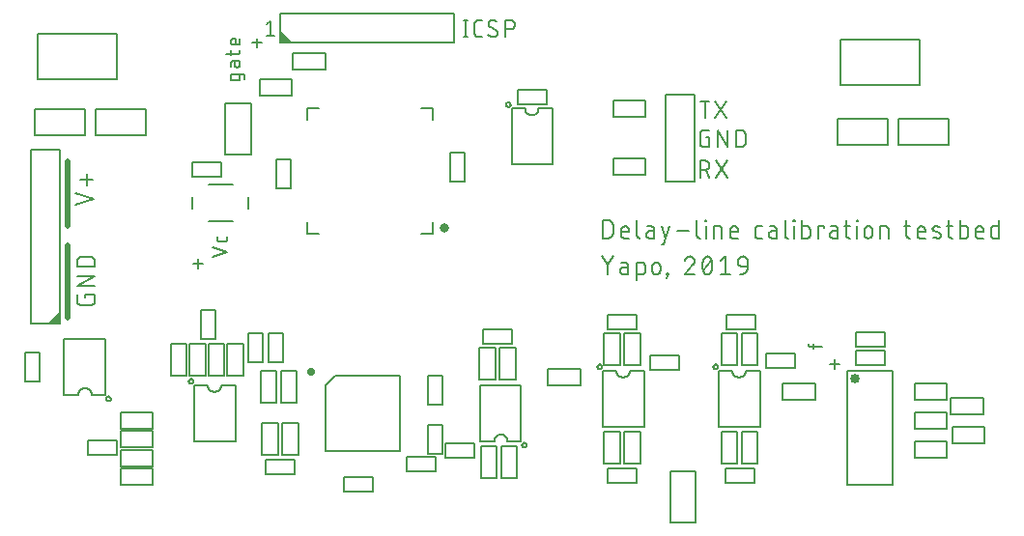
<source format=gto>
G04 EAGLE Gerber RS-274X export*
G75*
%MOMM*%
%FSLAX34Y34*%
%LPD*%
%INTop Silkscreen *%
%IPPOS*%
%AMOC8*
5,1,8,0,0,1.08239X$1,22.5*%
G01*
%ADD10C,0.203200*%
%ADD11C,0.177800*%
%ADD12C,0.508000*%
%ADD13C,0.127000*%
%ADD14C,0.721106*%
%ADD15C,0.848525*%
%ADD16C,0.800000*%

G36*
X245833Y433722D02*
X245833Y433722D01*
X245921Y433731D01*
X245942Y433741D01*
X245966Y433745D01*
X246043Y433791D01*
X246122Y433830D01*
X246139Y433847D01*
X246159Y433860D01*
X246215Y433929D01*
X246276Y433993D01*
X246285Y434015D01*
X246300Y434034D01*
X246329Y434118D01*
X246364Y434200D01*
X246365Y434224D01*
X246372Y434246D01*
X246370Y434335D01*
X246374Y434424D01*
X246366Y434447D01*
X246366Y434471D01*
X246332Y434553D01*
X246305Y434638D01*
X246289Y434659D01*
X246281Y434678D01*
X246247Y434716D01*
X246193Y434788D01*
X236668Y444313D01*
X236636Y444336D01*
X236616Y444358D01*
X236581Y444376D01*
X236526Y444420D01*
X236504Y444428D01*
X236484Y444442D01*
X236422Y444458D01*
X236417Y444460D01*
X236404Y444462D01*
X236398Y444464D01*
X236314Y444492D01*
X236290Y444492D01*
X236267Y444498D01*
X236178Y444488D01*
X236089Y444486D01*
X236067Y444477D01*
X236044Y444474D01*
X235964Y444435D01*
X235882Y444401D01*
X235864Y444385D01*
X235843Y444375D01*
X235782Y444310D01*
X235716Y444250D01*
X235705Y444229D01*
X235689Y444212D01*
X235670Y444166D01*
X235665Y444160D01*
X235655Y444132D01*
X235654Y444130D01*
X235613Y444050D01*
X235610Y444024D01*
X235601Y444005D01*
X235600Y443968D01*
X235593Y443947D01*
X235594Y443918D01*
X235586Y443865D01*
X235586Y434340D01*
X235597Y434275D01*
X235599Y434209D01*
X235617Y434166D01*
X235625Y434119D01*
X235659Y434062D01*
X235684Y434002D01*
X235715Y433967D01*
X235740Y433926D01*
X235791Y433885D01*
X235835Y433836D01*
X235877Y433814D01*
X235914Y433785D01*
X235976Y433764D01*
X236035Y433733D01*
X236089Y433725D01*
X236126Y433713D01*
X236166Y433714D01*
X236220Y433706D01*
X245745Y433706D01*
X245833Y433722D01*
G37*
G36*
X43245Y187337D02*
X43245Y187337D01*
X43311Y187339D01*
X43354Y187357D01*
X43401Y187365D01*
X43458Y187399D01*
X43518Y187424D01*
X43553Y187455D01*
X43594Y187480D01*
X43636Y187531D01*
X43684Y187575D01*
X43706Y187617D01*
X43735Y187654D01*
X43756Y187716D01*
X43787Y187775D01*
X43795Y187829D01*
X43807Y187866D01*
X43806Y187906D01*
X43814Y187960D01*
X43814Y197485D01*
X43802Y197552D01*
X43801Y197604D01*
X43793Y197622D01*
X43789Y197661D01*
X43779Y197682D01*
X43775Y197706D01*
X43729Y197783D01*
X43724Y197792D01*
X43716Y197812D01*
X43713Y197816D01*
X43690Y197862D01*
X43673Y197879D01*
X43660Y197899D01*
X43591Y197955D01*
X43527Y198016D01*
X43505Y198025D01*
X43486Y198040D01*
X43402Y198069D01*
X43320Y198104D01*
X43296Y198105D01*
X43274Y198112D01*
X43185Y198110D01*
X43096Y198114D01*
X43073Y198106D01*
X43049Y198106D01*
X42967Y198072D01*
X42963Y198071D01*
X42948Y198068D01*
X42940Y198064D01*
X42882Y198045D01*
X42861Y198029D01*
X42842Y198021D01*
X42804Y197987D01*
X42779Y197968D01*
X42755Y197954D01*
X42747Y197945D01*
X42732Y197933D01*
X33207Y188408D01*
X33156Y188335D01*
X33100Y188266D01*
X33092Y188244D01*
X33078Y188224D01*
X33056Y188138D01*
X33028Y188054D01*
X33028Y188030D01*
X33023Y188007D01*
X33032Y187918D01*
X33034Y187829D01*
X33043Y187807D01*
X33046Y187784D01*
X33085Y187704D01*
X33119Y187622D01*
X33135Y187604D01*
X33145Y187583D01*
X33210Y187522D01*
X33270Y187456D01*
X33291Y187445D01*
X33308Y187429D01*
X33390Y187394D01*
X33470Y187353D01*
X33496Y187350D01*
X33515Y187341D01*
X33565Y187339D01*
X33655Y187326D01*
X43180Y187326D01*
X43245Y187337D01*
G37*
D10*
X608358Y368046D02*
X608358Y382778D01*
X604266Y382778D02*
X612450Y382778D01*
X627144Y382778D02*
X617322Y368046D01*
X627144Y368046D02*
X617322Y382778D01*
X612450Y350830D02*
X609995Y350830D01*
X612450Y350830D02*
X612450Y342646D01*
X607540Y342646D01*
X607428Y342648D01*
X607317Y342654D01*
X607205Y342663D01*
X607094Y342676D01*
X606984Y342694D01*
X606874Y342714D01*
X606765Y342739D01*
X606657Y342767D01*
X606550Y342799D01*
X606444Y342835D01*
X606339Y342874D01*
X606236Y342917D01*
X606134Y342963D01*
X606034Y343013D01*
X605935Y343066D01*
X605839Y343123D01*
X605744Y343182D01*
X605652Y343245D01*
X605562Y343311D01*
X605474Y343380D01*
X605388Y343452D01*
X605305Y343527D01*
X605225Y343605D01*
X605147Y343685D01*
X605072Y343768D01*
X605000Y343854D01*
X604931Y343942D01*
X604865Y344032D01*
X604802Y344124D01*
X604743Y344219D01*
X604686Y344315D01*
X604633Y344414D01*
X604583Y344514D01*
X604537Y344616D01*
X604494Y344719D01*
X604455Y344824D01*
X604419Y344930D01*
X604387Y345037D01*
X604359Y345145D01*
X604334Y345254D01*
X604314Y345364D01*
X604296Y345474D01*
X604283Y345585D01*
X604274Y345697D01*
X604268Y345808D01*
X604266Y345920D01*
X604266Y354104D01*
X604268Y354218D01*
X604274Y354332D01*
X604284Y354446D01*
X604298Y354560D01*
X604316Y354673D01*
X604338Y354785D01*
X604363Y354896D01*
X604393Y355006D01*
X604426Y355116D01*
X604463Y355224D01*
X604504Y355330D01*
X604549Y355436D01*
X604597Y355539D01*
X604649Y355641D01*
X604705Y355741D01*
X604763Y355839D01*
X604826Y355935D01*
X604891Y356028D01*
X604960Y356120D01*
X605032Y356208D01*
X605107Y356295D01*
X605185Y356378D01*
X605266Y356459D01*
X605349Y356537D01*
X605436Y356612D01*
X605524Y356684D01*
X605616Y356753D01*
X605709Y356818D01*
X605805Y356880D01*
X605903Y356939D01*
X606003Y356995D01*
X606105Y357047D01*
X606208Y357095D01*
X606314Y357140D01*
X606420Y357181D01*
X606528Y357218D01*
X606638Y357251D01*
X606748Y357281D01*
X606859Y357306D01*
X606971Y357328D01*
X607084Y357346D01*
X607198Y357360D01*
X607312Y357370D01*
X607426Y357376D01*
X607540Y357378D01*
X612450Y357378D01*
X620123Y357378D02*
X620123Y342646D01*
X628307Y342646D02*
X620123Y357378D01*
X628307Y357378D02*
X628307Y342646D01*
X635980Y342646D02*
X635980Y357378D01*
X640072Y357378D01*
X640198Y357376D01*
X640324Y357370D01*
X640450Y357361D01*
X640575Y357347D01*
X640700Y357330D01*
X640824Y357308D01*
X640947Y357283D01*
X641070Y357254D01*
X641192Y357222D01*
X641313Y357185D01*
X641432Y357145D01*
X641550Y357102D01*
X641667Y357054D01*
X641782Y357003D01*
X641896Y356949D01*
X642008Y356891D01*
X642118Y356830D01*
X642226Y356765D01*
X642332Y356697D01*
X642436Y356626D01*
X642538Y356551D01*
X642637Y356474D01*
X642734Y356393D01*
X642829Y356310D01*
X642921Y356224D01*
X643010Y356135D01*
X643096Y356043D01*
X643179Y355948D01*
X643260Y355851D01*
X643337Y355752D01*
X643412Y355650D01*
X643483Y355546D01*
X643551Y355440D01*
X643616Y355332D01*
X643677Y355222D01*
X643735Y355110D01*
X643789Y354996D01*
X643840Y354881D01*
X643888Y354764D01*
X643931Y354646D01*
X643971Y354526D01*
X644008Y354406D01*
X644040Y354284D01*
X644069Y354161D01*
X644094Y354038D01*
X644116Y353914D01*
X644133Y353789D01*
X644147Y353664D01*
X644156Y353538D01*
X644162Y353412D01*
X644164Y353286D01*
X644164Y346738D01*
X644162Y346612D01*
X644156Y346486D01*
X644147Y346360D01*
X644133Y346235D01*
X644116Y346110D01*
X644094Y345986D01*
X644069Y345863D01*
X644040Y345740D01*
X644008Y345618D01*
X643971Y345498D01*
X643931Y345378D01*
X643888Y345260D01*
X643840Y345143D01*
X643789Y345028D01*
X643735Y344914D01*
X643677Y344802D01*
X643616Y344692D01*
X643551Y344584D01*
X643483Y344478D01*
X643412Y344374D01*
X643337Y344272D01*
X643260Y344173D01*
X643179Y344076D01*
X643096Y343981D01*
X643010Y343889D01*
X642921Y343800D01*
X642829Y343714D01*
X642734Y343631D01*
X642637Y343550D01*
X642538Y343473D01*
X642436Y343398D01*
X642332Y343327D01*
X642226Y343259D01*
X642118Y343194D01*
X642008Y343133D01*
X641896Y343075D01*
X641782Y343021D01*
X641667Y342970D01*
X641550Y342922D01*
X641432Y342879D01*
X641313Y342839D01*
X641192Y342802D01*
X641070Y342770D01*
X640947Y342741D01*
X640824Y342716D01*
X640700Y342694D01*
X640575Y342677D01*
X640450Y342663D01*
X640324Y342654D01*
X640198Y342648D01*
X640072Y342646D01*
X635980Y342646D01*
X604266Y330708D02*
X604266Y315976D01*
X604266Y330708D02*
X608358Y330708D01*
X608485Y330706D01*
X608612Y330700D01*
X608739Y330690D01*
X608866Y330676D01*
X608992Y330659D01*
X609117Y330637D01*
X609242Y330611D01*
X609366Y330582D01*
X609489Y330549D01*
X609610Y330512D01*
X609731Y330471D01*
X609850Y330426D01*
X609968Y330378D01*
X610084Y330326D01*
X610199Y330271D01*
X610311Y330212D01*
X610422Y330149D01*
X610531Y330083D01*
X610638Y330014D01*
X610743Y329941D01*
X610845Y329866D01*
X610945Y329787D01*
X611042Y329705D01*
X611137Y329620D01*
X611229Y329532D01*
X611318Y329441D01*
X611405Y329348D01*
X611488Y329252D01*
X611569Y329153D01*
X611646Y329052D01*
X611720Y328949D01*
X611791Y328843D01*
X611859Y328735D01*
X611923Y328625D01*
X611984Y328513D01*
X612041Y328400D01*
X612095Y328284D01*
X612145Y328167D01*
X612191Y328049D01*
X612234Y327929D01*
X612273Y327808D01*
X612308Y327685D01*
X612339Y327562D01*
X612367Y327438D01*
X612390Y327313D01*
X612410Y327187D01*
X612426Y327061D01*
X612438Y326934D01*
X612446Y326807D01*
X612450Y326680D01*
X612450Y326552D01*
X612446Y326425D01*
X612438Y326298D01*
X612426Y326171D01*
X612410Y326045D01*
X612390Y325919D01*
X612367Y325794D01*
X612339Y325670D01*
X612308Y325547D01*
X612273Y325424D01*
X612234Y325303D01*
X612191Y325183D01*
X612145Y325065D01*
X612095Y324948D01*
X612041Y324832D01*
X611984Y324719D01*
X611923Y324607D01*
X611859Y324497D01*
X611791Y324389D01*
X611720Y324283D01*
X611646Y324180D01*
X611569Y324079D01*
X611488Y323980D01*
X611405Y323884D01*
X611318Y323791D01*
X611229Y323700D01*
X611137Y323612D01*
X611042Y323527D01*
X610945Y323445D01*
X610845Y323366D01*
X610743Y323291D01*
X610638Y323218D01*
X610531Y323149D01*
X610422Y323083D01*
X610311Y323020D01*
X610199Y322961D01*
X610084Y322906D01*
X609968Y322854D01*
X609850Y322806D01*
X609731Y322761D01*
X609610Y322720D01*
X609489Y322683D01*
X609366Y322650D01*
X609242Y322621D01*
X609117Y322595D01*
X608992Y322573D01*
X608866Y322556D01*
X608739Y322542D01*
X608612Y322532D01*
X608485Y322526D01*
X608358Y322524D01*
X604266Y322524D01*
X609177Y322524D02*
X612450Y315976D01*
X618200Y315976D02*
X628021Y330708D01*
X618200Y330708D02*
X628021Y315976D01*
X398893Y439166D02*
X398893Y453898D01*
X397256Y439166D02*
X400530Y439166D01*
X400530Y453898D02*
X397256Y453898D01*
X409917Y439166D02*
X413191Y439166D01*
X409917Y439166D02*
X409805Y439168D01*
X409694Y439174D01*
X409582Y439183D01*
X409471Y439196D01*
X409361Y439214D01*
X409251Y439234D01*
X409142Y439259D01*
X409034Y439287D01*
X408927Y439319D01*
X408821Y439355D01*
X408716Y439394D01*
X408613Y439437D01*
X408511Y439483D01*
X408411Y439533D01*
X408312Y439586D01*
X408216Y439643D01*
X408121Y439702D01*
X408029Y439765D01*
X407939Y439831D01*
X407851Y439900D01*
X407765Y439972D01*
X407682Y440047D01*
X407602Y440125D01*
X407524Y440205D01*
X407449Y440288D01*
X407377Y440374D01*
X407308Y440462D01*
X407242Y440552D01*
X407179Y440644D01*
X407120Y440739D01*
X407063Y440835D01*
X407010Y440934D01*
X406960Y441034D01*
X406914Y441136D01*
X406871Y441239D01*
X406832Y441344D01*
X406796Y441450D01*
X406764Y441557D01*
X406736Y441665D01*
X406711Y441774D01*
X406691Y441884D01*
X406673Y441994D01*
X406660Y442105D01*
X406651Y442217D01*
X406645Y442328D01*
X406643Y442440D01*
X406644Y442440D02*
X406644Y450624D01*
X406643Y450624D02*
X406645Y450738D01*
X406651Y450852D01*
X406661Y450966D01*
X406675Y451080D01*
X406693Y451193D01*
X406715Y451305D01*
X406740Y451416D01*
X406770Y451526D01*
X406803Y451636D01*
X406840Y451744D01*
X406881Y451850D01*
X406926Y451956D01*
X406974Y452059D01*
X407026Y452161D01*
X407082Y452261D01*
X407140Y452359D01*
X407203Y452455D01*
X407268Y452548D01*
X407337Y452640D01*
X407409Y452728D01*
X407484Y452815D01*
X407562Y452898D01*
X407643Y452979D01*
X407726Y453057D01*
X407813Y453132D01*
X407901Y453204D01*
X407993Y453273D01*
X408086Y453338D01*
X408182Y453400D01*
X408280Y453459D01*
X408380Y453515D01*
X408482Y453567D01*
X408585Y453615D01*
X408691Y453660D01*
X408797Y453701D01*
X408905Y453738D01*
X409015Y453771D01*
X409125Y453801D01*
X409236Y453826D01*
X409348Y453848D01*
X409461Y453866D01*
X409575Y453880D01*
X409689Y453890D01*
X409803Y453896D01*
X409917Y453898D01*
X413191Y453898D01*
X426771Y442440D02*
X426769Y442328D01*
X426763Y442217D01*
X426754Y442105D01*
X426741Y441994D01*
X426723Y441884D01*
X426703Y441774D01*
X426678Y441665D01*
X426650Y441557D01*
X426618Y441450D01*
X426582Y441344D01*
X426543Y441239D01*
X426500Y441136D01*
X426454Y441034D01*
X426404Y440934D01*
X426351Y440835D01*
X426294Y440739D01*
X426235Y440644D01*
X426172Y440552D01*
X426106Y440462D01*
X426037Y440374D01*
X425965Y440288D01*
X425890Y440205D01*
X425812Y440125D01*
X425732Y440047D01*
X425649Y439972D01*
X425563Y439900D01*
X425475Y439831D01*
X425385Y439765D01*
X425293Y439702D01*
X425198Y439643D01*
X425102Y439586D01*
X425003Y439533D01*
X424903Y439483D01*
X424801Y439437D01*
X424698Y439394D01*
X424593Y439355D01*
X424487Y439319D01*
X424380Y439287D01*
X424272Y439259D01*
X424163Y439234D01*
X424053Y439214D01*
X423943Y439196D01*
X423832Y439183D01*
X423720Y439174D01*
X423609Y439168D01*
X423497Y439166D01*
X423332Y439168D01*
X423166Y439174D01*
X423001Y439184D01*
X422836Y439198D01*
X422672Y439215D01*
X422508Y439237D01*
X422344Y439263D01*
X422181Y439292D01*
X422019Y439326D01*
X421858Y439363D01*
X421698Y439404D01*
X421538Y439449D01*
X421380Y439498D01*
X421223Y439550D01*
X421068Y439607D01*
X420914Y439667D01*
X420761Y439730D01*
X420610Y439798D01*
X420460Y439868D01*
X420312Y439943D01*
X420166Y440021D01*
X420022Y440102D01*
X419880Y440187D01*
X419740Y440275D01*
X419602Y440367D01*
X419467Y440462D01*
X419334Y440560D01*
X419203Y440661D01*
X419074Y440765D01*
X418948Y440872D01*
X418825Y440983D01*
X418704Y441096D01*
X418586Y441212D01*
X418995Y450624D02*
X418997Y450736D01*
X419003Y450847D01*
X419012Y450959D01*
X419025Y451070D01*
X419043Y451180D01*
X419063Y451290D01*
X419088Y451399D01*
X419116Y451507D01*
X419148Y451614D01*
X419184Y451720D01*
X419223Y451825D01*
X419266Y451928D01*
X419312Y452030D01*
X419362Y452130D01*
X419415Y452229D01*
X419472Y452325D01*
X419531Y452420D01*
X419594Y452512D01*
X419660Y452602D01*
X419729Y452690D01*
X419801Y452776D01*
X419876Y452859D01*
X419954Y452939D01*
X420034Y453017D01*
X420117Y453092D01*
X420203Y453164D01*
X420291Y453233D01*
X420381Y453299D01*
X420473Y453362D01*
X420568Y453421D01*
X420664Y453478D01*
X420763Y453531D01*
X420863Y453581D01*
X420965Y453627D01*
X421068Y453670D01*
X421173Y453709D01*
X421279Y453745D01*
X421386Y453777D01*
X421494Y453805D01*
X421603Y453830D01*
X421713Y453850D01*
X421823Y453868D01*
X421934Y453881D01*
X422046Y453890D01*
X422157Y453896D01*
X422269Y453898D01*
X422421Y453896D01*
X422573Y453890D01*
X422724Y453881D01*
X422876Y453868D01*
X423027Y453851D01*
X423177Y453830D01*
X423327Y453806D01*
X423476Y453778D01*
X423625Y453746D01*
X423773Y453711D01*
X423920Y453672D01*
X424065Y453629D01*
X424210Y453583D01*
X424354Y453533D01*
X424496Y453480D01*
X424637Y453423D01*
X424776Y453363D01*
X424914Y453299D01*
X425050Y453232D01*
X425185Y453161D01*
X425318Y453087D01*
X425448Y453010D01*
X425577Y452930D01*
X425704Y452847D01*
X425829Y452760D01*
X425952Y452670D01*
X420632Y447759D02*
X420537Y447818D01*
X420444Y447879D01*
X420353Y447943D01*
X420264Y448011D01*
X420178Y448081D01*
X420094Y448154D01*
X420013Y448230D01*
X419934Y448309D01*
X419858Y448390D01*
X419784Y448473D01*
X419713Y448560D01*
X419646Y448648D01*
X419581Y448739D01*
X419520Y448831D01*
X419461Y448926D01*
X419406Y449023D01*
X419354Y449121D01*
X419305Y449222D01*
X419260Y449323D01*
X419218Y449427D01*
X419180Y449531D01*
X419145Y449637D01*
X419114Y449744D01*
X419086Y449852D01*
X419062Y449960D01*
X419042Y450070D01*
X419025Y450180D01*
X419012Y450290D01*
X419002Y450401D01*
X418997Y450513D01*
X418995Y450624D01*
X425133Y445305D02*
X425228Y445246D01*
X425321Y445185D01*
X425412Y445121D01*
X425501Y445053D01*
X425587Y444983D01*
X425671Y444910D01*
X425752Y444834D01*
X425831Y444755D01*
X425907Y444674D01*
X425981Y444591D01*
X426051Y444504D01*
X426119Y444416D01*
X426184Y444325D01*
X426245Y444233D01*
X426304Y444138D01*
X426359Y444041D01*
X426411Y443943D01*
X426460Y443842D01*
X426505Y443741D01*
X426547Y443637D01*
X426585Y443533D01*
X426620Y443427D01*
X426651Y443320D01*
X426679Y443212D01*
X426703Y443104D01*
X426723Y442994D01*
X426740Y442884D01*
X426753Y442774D01*
X426763Y442663D01*
X426768Y442551D01*
X426770Y442440D01*
X425133Y445304D02*
X420632Y447760D01*
X433713Y453898D02*
X433713Y439166D01*
X433713Y453898D02*
X437805Y453898D01*
X437932Y453896D01*
X438059Y453890D01*
X438186Y453880D01*
X438313Y453866D01*
X438439Y453849D01*
X438564Y453827D01*
X438689Y453801D01*
X438813Y453772D01*
X438936Y453739D01*
X439057Y453702D01*
X439178Y453661D01*
X439297Y453616D01*
X439415Y453568D01*
X439531Y453516D01*
X439646Y453461D01*
X439758Y453402D01*
X439869Y453339D01*
X439978Y453273D01*
X440085Y453204D01*
X440190Y453131D01*
X440292Y453056D01*
X440392Y452977D01*
X440489Y452895D01*
X440584Y452810D01*
X440676Y452722D01*
X440765Y452631D01*
X440852Y452538D01*
X440935Y452442D01*
X441016Y452343D01*
X441093Y452242D01*
X441167Y452139D01*
X441238Y452033D01*
X441306Y451925D01*
X441370Y451815D01*
X441431Y451703D01*
X441488Y451590D01*
X441542Y451474D01*
X441592Y451357D01*
X441638Y451239D01*
X441681Y451119D01*
X441720Y450998D01*
X441755Y450875D01*
X441786Y450752D01*
X441814Y450628D01*
X441837Y450503D01*
X441857Y450377D01*
X441873Y450251D01*
X441885Y450124D01*
X441893Y449997D01*
X441897Y449870D01*
X441897Y449742D01*
X441893Y449615D01*
X441885Y449488D01*
X441873Y449361D01*
X441857Y449235D01*
X441837Y449109D01*
X441814Y448984D01*
X441786Y448860D01*
X441755Y448737D01*
X441720Y448614D01*
X441681Y448493D01*
X441638Y448373D01*
X441592Y448255D01*
X441542Y448138D01*
X441488Y448022D01*
X441431Y447909D01*
X441370Y447797D01*
X441306Y447687D01*
X441238Y447579D01*
X441167Y447473D01*
X441093Y447370D01*
X441016Y447269D01*
X440935Y447170D01*
X440852Y447074D01*
X440765Y446981D01*
X440676Y446890D01*
X440584Y446802D01*
X440489Y446717D01*
X440392Y446635D01*
X440292Y446556D01*
X440190Y446481D01*
X440085Y446408D01*
X439978Y446339D01*
X439869Y446273D01*
X439758Y446210D01*
X439646Y446151D01*
X439531Y446096D01*
X439415Y446044D01*
X439297Y445996D01*
X439178Y445951D01*
X439057Y445910D01*
X438936Y445873D01*
X438813Y445840D01*
X438689Y445811D01*
X438564Y445785D01*
X438439Y445763D01*
X438313Y445746D01*
X438186Y445732D01*
X438059Y445722D01*
X437932Y445716D01*
X437805Y445714D01*
X433713Y445714D01*
D11*
X201041Y406471D02*
X201041Y403013D01*
X201039Y402925D01*
X201034Y402837D01*
X201024Y402750D01*
X201011Y402662D01*
X200994Y402576D01*
X200974Y402490D01*
X200950Y402406D01*
X200923Y402322D01*
X200891Y402240D01*
X200857Y402159D01*
X200819Y402079D01*
X200778Y402002D01*
X200733Y401926D01*
X200685Y401852D01*
X200634Y401780D01*
X200581Y401710D01*
X200524Y401643D01*
X200464Y401578D01*
X200402Y401516D01*
X200337Y401456D01*
X200270Y401399D01*
X200200Y401346D01*
X200128Y401295D01*
X200054Y401247D01*
X199978Y401202D01*
X199901Y401161D01*
X199821Y401123D01*
X199740Y401089D01*
X199658Y401057D01*
X199574Y401030D01*
X199490Y401006D01*
X199404Y400986D01*
X199318Y400969D01*
X199230Y400956D01*
X199143Y400946D01*
X199055Y400941D01*
X198967Y400939D01*
X194818Y400939D01*
X194730Y400941D01*
X194642Y400946D01*
X194555Y400956D01*
X194467Y400969D01*
X194381Y400986D01*
X194295Y401006D01*
X194211Y401030D01*
X194127Y401057D01*
X194045Y401089D01*
X193964Y401123D01*
X193884Y401161D01*
X193807Y401202D01*
X193731Y401247D01*
X193657Y401295D01*
X193585Y401346D01*
X193515Y401399D01*
X193448Y401456D01*
X193383Y401516D01*
X193321Y401578D01*
X193261Y401643D01*
X193204Y401710D01*
X193151Y401780D01*
X193100Y401852D01*
X193052Y401926D01*
X193007Y402002D01*
X192966Y402079D01*
X192928Y402159D01*
X192894Y402240D01*
X192862Y402322D01*
X192835Y402406D01*
X192811Y402490D01*
X192791Y402576D01*
X192774Y402662D01*
X192761Y402750D01*
X192751Y402837D01*
X192746Y402925D01*
X192744Y403013D01*
X192744Y406471D01*
X203115Y406471D01*
X203115Y406470D02*
X203205Y406468D01*
X203296Y406462D01*
X203386Y406452D01*
X203475Y406438D01*
X203564Y406421D01*
X203652Y406399D01*
X203739Y406374D01*
X203824Y406345D01*
X203909Y406312D01*
X203992Y406276D01*
X204073Y406236D01*
X204152Y406192D01*
X204229Y406145D01*
X204305Y406095D01*
X204378Y406041D01*
X204448Y405985D01*
X204516Y405925D01*
X204582Y405863D01*
X204644Y405797D01*
X204704Y405729D01*
X204760Y405659D01*
X204814Y405586D01*
X204864Y405510D01*
X204911Y405433D01*
X204955Y405354D01*
X204995Y405273D01*
X205031Y405190D01*
X205064Y405105D01*
X205093Y405020D01*
X205118Y404933D01*
X205140Y404845D01*
X205157Y404756D01*
X205171Y404667D01*
X205181Y404577D01*
X205187Y404486D01*
X205189Y404396D01*
X205190Y404396D02*
X205190Y401630D01*
X196201Y414880D02*
X196201Y417992D01*
X196201Y414880D02*
X196203Y414783D01*
X196209Y414685D01*
X196219Y414588D01*
X196232Y414492D01*
X196250Y414396D01*
X196271Y414301D01*
X196297Y414207D01*
X196326Y414114D01*
X196358Y414022D01*
X196395Y413931D01*
X196435Y413843D01*
X196478Y413755D01*
X196525Y413670D01*
X196576Y413587D01*
X196629Y413505D01*
X196686Y413426D01*
X196746Y413349D01*
X196810Y413275D01*
X196876Y413204D01*
X196945Y413135D01*
X197016Y413069D01*
X197090Y413005D01*
X197167Y412945D01*
X197246Y412888D01*
X197328Y412835D01*
X197411Y412784D01*
X197496Y412737D01*
X197584Y412694D01*
X197672Y412654D01*
X197763Y412617D01*
X197855Y412585D01*
X197948Y412556D01*
X198042Y412530D01*
X198137Y412509D01*
X198233Y412491D01*
X198329Y412478D01*
X198426Y412468D01*
X198524Y412462D01*
X198621Y412460D01*
X198718Y412462D01*
X198816Y412468D01*
X198913Y412478D01*
X199009Y412491D01*
X199105Y412509D01*
X199200Y412530D01*
X199294Y412556D01*
X199387Y412585D01*
X199479Y412617D01*
X199570Y412654D01*
X199658Y412694D01*
X199746Y412737D01*
X199831Y412784D01*
X199914Y412835D01*
X199996Y412888D01*
X200075Y412945D01*
X200152Y413005D01*
X200226Y413069D01*
X200297Y413135D01*
X200366Y413204D01*
X200432Y413275D01*
X200496Y413349D01*
X200556Y413426D01*
X200613Y413505D01*
X200666Y413587D01*
X200717Y413670D01*
X200764Y413755D01*
X200807Y413843D01*
X200847Y413931D01*
X200884Y414022D01*
X200916Y414114D01*
X200945Y414207D01*
X200971Y414301D01*
X200992Y414396D01*
X201010Y414492D01*
X201023Y414588D01*
X201033Y414685D01*
X201039Y414783D01*
X201041Y414880D01*
X201041Y417992D01*
X194818Y417992D01*
X194730Y417990D01*
X194642Y417985D01*
X194555Y417975D01*
X194467Y417962D01*
X194381Y417945D01*
X194295Y417925D01*
X194211Y417901D01*
X194127Y417874D01*
X194045Y417842D01*
X193964Y417808D01*
X193884Y417770D01*
X193807Y417729D01*
X193731Y417684D01*
X193657Y417636D01*
X193585Y417585D01*
X193515Y417532D01*
X193448Y417475D01*
X193383Y417415D01*
X193321Y417353D01*
X193261Y417288D01*
X193204Y417221D01*
X193151Y417151D01*
X193100Y417079D01*
X193052Y417005D01*
X193007Y416929D01*
X192966Y416852D01*
X192928Y416772D01*
X192894Y416691D01*
X192862Y416609D01*
X192835Y416525D01*
X192811Y416441D01*
X192791Y416355D01*
X192774Y416269D01*
X192761Y416181D01*
X192751Y416094D01*
X192746Y416006D01*
X192744Y415918D01*
X192744Y413152D01*
X192744Y422918D02*
X192744Y427067D01*
X188595Y424301D02*
X198967Y424301D01*
X198967Y424302D02*
X199055Y424304D01*
X199143Y424309D01*
X199230Y424319D01*
X199318Y424332D01*
X199404Y424349D01*
X199490Y424369D01*
X199574Y424393D01*
X199658Y424420D01*
X199740Y424452D01*
X199821Y424486D01*
X199901Y424524D01*
X199978Y424565D01*
X200054Y424610D01*
X200128Y424658D01*
X200200Y424709D01*
X200270Y424762D01*
X200337Y424819D01*
X200402Y424879D01*
X200464Y424941D01*
X200524Y425006D01*
X200581Y425073D01*
X200635Y425143D01*
X200685Y425215D01*
X200733Y425289D01*
X200778Y425365D01*
X200819Y425442D01*
X200857Y425522D01*
X200891Y425603D01*
X200923Y425685D01*
X200950Y425769D01*
X200974Y425853D01*
X200994Y425939D01*
X201011Y426026D01*
X201024Y426113D01*
X201034Y426200D01*
X201039Y426288D01*
X201041Y426376D01*
X201041Y427067D01*
X201041Y434248D02*
X201041Y437706D01*
X201041Y434248D02*
X201039Y434160D01*
X201034Y434072D01*
X201024Y433985D01*
X201011Y433897D01*
X200994Y433811D01*
X200974Y433725D01*
X200950Y433641D01*
X200923Y433557D01*
X200891Y433475D01*
X200857Y433394D01*
X200819Y433314D01*
X200778Y433237D01*
X200733Y433161D01*
X200685Y433087D01*
X200634Y433015D01*
X200581Y432945D01*
X200524Y432878D01*
X200464Y432813D01*
X200402Y432751D01*
X200337Y432691D01*
X200270Y432634D01*
X200200Y432581D01*
X200128Y432530D01*
X200054Y432482D01*
X199978Y432437D01*
X199901Y432396D01*
X199821Y432358D01*
X199740Y432324D01*
X199658Y432292D01*
X199574Y432265D01*
X199490Y432241D01*
X199404Y432221D01*
X199318Y432204D01*
X199230Y432191D01*
X199143Y432181D01*
X199055Y432176D01*
X198967Y432174D01*
X195509Y432174D01*
X195406Y432176D01*
X195302Y432182D01*
X195199Y432191D01*
X195097Y432205D01*
X194995Y432222D01*
X194894Y432243D01*
X194793Y432268D01*
X194694Y432297D01*
X194595Y432329D01*
X194498Y432365D01*
X194403Y432405D01*
X194309Y432448D01*
X194217Y432495D01*
X194126Y432545D01*
X194037Y432598D01*
X193951Y432655D01*
X193866Y432714D01*
X193784Y432777D01*
X193705Y432843D01*
X193628Y432912D01*
X193553Y432984D01*
X193481Y433059D01*
X193412Y433136D01*
X193346Y433215D01*
X193283Y433297D01*
X193224Y433382D01*
X193167Y433468D01*
X193114Y433557D01*
X193064Y433648D01*
X193017Y433740D01*
X192974Y433834D01*
X192934Y433929D01*
X192898Y434026D01*
X192866Y434125D01*
X192837Y434224D01*
X192812Y434325D01*
X192791Y434426D01*
X192774Y434528D01*
X192760Y434630D01*
X192751Y434733D01*
X192745Y434837D01*
X192743Y434940D01*
X192745Y435043D01*
X192751Y435147D01*
X192760Y435250D01*
X192774Y435352D01*
X192791Y435454D01*
X192812Y435555D01*
X192837Y435656D01*
X192866Y435755D01*
X192898Y435854D01*
X192934Y435951D01*
X192974Y436046D01*
X193017Y436140D01*
X193064Y436232D01*
X193114Y436323D01*
X193167Y436412D01*
X193224Y436498D01*
X193283Y436583D01*
X193346Y436665D01*
X193412Y436744D01*
X193481Y436821D01*
X193553Y436896D01*
X193628Y436968D01*
X193705Y437037D01*
X193784Y437103D01*
X193866Y437166D01*
X193951Y437225D01*
X194037Y437282D01*
X194126Y437335D01*
X194217Y437385D01*
X194309Y437432D01*
X194403Y437475D01*
X194498Y437515D01*
X194595Y437551D01*
X194694Y437583D01*
X194793Y437612D01*
X194894Y437637D01*
X194995Y437658D01*
X195097Y437675D01*
X195199Y437689D01*
X195302Y437698D01*
X195406Y437704D01*
X195509Y437706D01*
X196892Y437706D01*
X196892Y432174D01*
X211709Y433719D02*
X220006Y433719D01*
X215858Y429570D02*
X215858Y437868D01*
X189611Y250148D02*
X177165Y245999D01*
X177165Y254296D02*
X189611Y250148D01*
X189611Y261423D02*
X189611Y264189D01*
X189611Y261423D02*
X189609Y261335D01*
X189604Y261247D01*
X189594Y261160D01*
X189581Y261072D01*
X189564Y260986D01*
X189544Y260900D01*
X189520Y260816D01*
X189493Y260732D01*
X189461Y260650D01*
X189427Y260569D01*
X189389Y260489D01*
X189348Y260412D01*
X189303Y260336D01*
X189255Y260262D01*
X189204Y260190D01*
X189151Y260120D01*
X189094Y260053D01*
X189034Y259988D01*
X188972Y259926D01*
X188907Y259866D01*
X188840Y259809D01*
X188770Y259756D01*
X188698Y259705D01*
X188624Y259657D01*
X188548Y259612D01*
X188471Y259571D01*
X188391Y259533D01*
X188310Y259499D01*
X188228Y259467D01*
X188144Y259440D01*
X188060Y259416D01*
X187974Y259396D01*
X187888Y259379D01*
X187800Y259366D01*
X187713Y259356D01*
X187625Y259351D01*
X187537Y259349D01*
X183388Y259349D01*
X183300Y259351D01*
X183212Y259356D01*
X183125Y259366D01*
X183037Y259379D01*
X182951Y259396D01*
X182865Y259416D01*
X182781Y259440D01*
X182697Y259467D01*
X182615Y259499D01*
X182534Y259533D01*
X182454Y259571D01*
X182377Y259612D01*
X182301Y259657D01*
X182227Y259705D01*
X182155Y259756D01*
X182085Y259809D01*
X182018Y259866D01*
X181953Y259926D01*
X181891Y259988D01*
X181831Y260053D01*
X181774Y260120D01*
X181721Y260190D01*
X181670Y260262D01*
X181622Y260336D01*
X181577Y260412D01*
X181536Y260489D01*
X181498Y260569D01*
X181464Y260650D01*
X181432Y260732D01*
X181405Y260816D01*
X181381Y260900D01*
X181361Y260986D01*
X181344Y261072D01*
X181331Y261160D01*
X181321Y261247D01*
X181316Y261335D01*
X181314Y261423D01*
X181314Y264189D01*
X164451Y244136D02*
X164451Y235839D01*
X168600Y239988D02*
X160302Y239988D01*
X701209Y167372D02*
X711581Y167372D01*
X701209Y167372D02*
X701121Y167374D01*
X701033Y167379D01*
X700946Y167389D01*
X700858Y167402D01*
X700772Y167419D01*
X700686Y167439D01*
X700602Y167463D01*
X700518Y167490D01*
X700436Y167522D01*
X700355Y167556D01*
X700275Y167594D01*
X700198Y167635D01*
X700122Y167680D01*
X700048Y167728D01*
X699976Y167779D01*
X699906Y167832D01*
X699839Y167889D01*
X699774Y167949D01*
X699712Y168011D01*
X699652Y168076D01*
X699595Y168143D01*
X699542Y168213D01*
X699491Y168285D01*
X699443Y168359D01*
X699398Y168435D01*
X699357Y168512D01*
X699319Y168592D01*
X699285Y168673D01*
X699253Y168755D01*
X699226Y168839D01*
X699202Y168923D01*
X699182Y169009D01*
X699165Y169095D01*
X699152Y169183D01*
X699142Y169270D01*
X699137Y169358D01*
X699135Y169446D01*
X699135Y170138D01*
X703284Y170138D02*
X703284Y165989D01*
X721981Y156506D02*
X721981Y148209D01*
X726130Y152358D02*
X717832Y152358D01*
X227866Y452755D02*
X224409Y449989D01*
X227866Y452755D02*
X227866Y440309D01*
X224409Y440309D02*
X231323Y440309D01*
D10*
X72644Y297095D02*
X56896Y291846D01*
X56896Y302345D02*
X72644Y297095D01*
X66520Y308519D02*
X66520Y319018D01*
X71769Y313769D02*
X61270Y313769D01*
X65165Y212965D02*
X65165Y210340D01*
X65165Y212965D02*
X73914Y212965D01*
X73914Y207716D01*
X73912Y207599D01*
X73906Y207482D01*
X73896Y207366D01*
X73883Y207249D01*
X73865Y207134D01*
X73844Y207019D01*
X73819Y206905D01*
X73790Y206791D01*
X73757Y206679D01*
X73720Y206568D01*
X73680Y206458D01*
X73636Y206350D01*
X73589Y206243D01*
X73538Y206137D01*
X73483Y206034D01*
X73425Y205932D01*
X73364Y205833D01*
X73300Y205735D01*
X73232Y205640D01*
X73161Y205547D01*
X73087Y205456D01*
X73010Y205368D01*
X72930Y205283D01*
X72847Y205200D01*
X72762Y205120D01*
X72674Y205043D01*
X72583Y204969D01*
X72490Y204898D01*
X72395Y204830D01*
X72297Y204766D01*
X72198Y204705D01*
X72096Y204647D01*
X71993Y204592D01*
X71887Y204541D01*
X71780Y204494D01*
X71672Y204450D01*
X71562Y204410D01*
X71451Y204373D01*
X71339Y204340D01*
X71225Y204311D01*
X71111Y204286D01*
X70996Y204265D01*
X70881Y204247D01*
X70764Y204234D01*
X70648Y204224D01*
X70531Y204218D01*
X70414Y204216D01*
X61666Y204216D01*
X61549Y204218D01*
X61432Y204224D01*
X61316Y204234D01*
X61199Y204247D01*
X61084Y204265D01*
X60969Y204286D01*
X60855Y204311D01*
X60741Y204340D01*
X60629Y204373D01*
X60518Y204410D01*
X60408Y204450D01*
X60300Y204494D01*
X60193Y204541D01*
X60087Y204592D01*
X59984Y204647D01*
X59882Y204705D01*
X59783Y204766D01*
X59685Y204830D01*
X59590Y204898D01*
X59497Y204969D01*
X59406Y205043D01*
X59318Y205120D01*
X59233Y205200D01*
X59150Y205283D01*
X59070Y205368D01*
X58993Y205456D01*
X58919Y205547D01*
X58848Y205640D01*
X58780Y205735D01*
X58716Y205833D01*
X58655Y205932D01*
X58597Y206034D01*
X58542Y206137D01*
X58491Y206243D01*
X58444Y206350D01*
X58400Y206458D01*
X58360Y206568D01*
X58323Y206679D01*
X58290Y206791D01*
X58261Y206905D01*
X58236Y207019D01*
X58215Y207134D01*
X58197Y207249D01*
X58184Y207366D01*
X58174Y207482D01*
X58168Y207599D01*
X58166Y207716D01*
X58166Y212965D01*
X58166Y220889D02*
X73914Y220889D01*
X73914Y229638D02*
X58166Y220889D01*
X58166Y229638D02*
X73914Y229638D01*
X73914Y237563D02*
X58166Y237563D01*
X58166Y241937D01*
X58168Y242067D01*
X58174Y242196D01*
X58183Y242325D01*
X58197Y242454D01*
X58214Y242583D01*
X58235Y242711D01*
X58260Y242838D01*
X58288Y242964D01*
X58321Y243090D01*
X58357Y243214D01*
X58396Y243338D01*
X58440Y243460D01*
X58487Y243581D01*
X58537Y243700D01*
X58591Y243818D01*
X58649Y243934D01*
X58710Y244049D01*
X58774Y244161D01*
X58841Y244272D01*
X58912Y244381D01*
X58986Y244487D01*
X59063Y244591D01*
X59143Y244693D01*
X59227Y244792D01*
X59313Y244889D01*
X59402Y244984D01*
X59493Y245075D01*
X59588Y245164D01*
X59685Y245250D01*
X59784Y245334D01*
X59886Y245414D01*
X59990Y245491D01*
X60096Y245565D01*
X60205Y245636D01*
X60316Y245703D01*
X60428Y245767D01*
X60543Y245828D01*
X60659Y245886D01*
X60777Y245940D01*
X60896Y245990D01*
X61017Y246037D01*
X61139Y246081D01*
X61263Y246120D01*
X61387Y246156D01*
X61513Y246189D01*
X61639Y246217D01*
X61766Y246242D01*
X61894Y246263D01*
X62023Y246280D01*
X62152Y246294D01*
X62281Y246303D01*
X62410Y246309D01*
X62540Y246311D01*
X62540Y246312D02*
X69540Y246312D01*
X69540Y246311D02*
X69670Y246309D01*
X69799Y246303D01*
X69928Y246294D01*
X70057Y246280D01*
X70186Y246263D01*
X70314Y246242D01*
X70441Y246217D01*
X70567Y246189D01*
X70693Y246156D01*
X70817Y246120D01*
X70941Y246081D01*
X71063Y246037D01*
X71184Y245990D01*
X71303Y245940D01*
X71421Y245886D01*
X71537Y245828D01*
X71652Y245767D01*
X71764Y245703D01*
X71875Y245636D01*
X71984Y245565D01*
X72090Y245491D01*
X72194Y245414D01*
X72296Y245334D01*
X72395Y245250D01*
X72492Y245164D01*
X72587Y245075D01*
X72678Y244984D01*
X72767Y244889D01*
X72853Y244792D01*
X72937Y244693D01*
X73017Y244591D01*
X73094Y244487D01*
X73168Y244381D01*
X73239Y244272D01*
X73306Y244161D01*
X73370Y244049D01*
X73431Y243934D01*
X73489Y243818D01*
X73543Y243700D01*
X73593Y243581D01*
X73640Y243460D01*
X73684Y243338D01*
X73723Y243214D01*
X73759Y243090D01*
X73792Y242964D01*
X73820Y242838D01*
X73845Y242711D01*
X73866Y242583D01*
X73883Y242454D01*
X73897Y242325D01*
X73906Y242196D01*
X73912Y242067D01*
X73914Y241937D01*
X73914Y237563D01*
D12*
X49530Y273050D02*
X49530Y330200D01*
X49530Y256540D02*
X49530Y193040D01*
D10*
X519176Y262636D02*
X519176Y278384D01*
X523550Y278384D01*
X523680Y278382D01*
X523809Y278376D01*
X523938Y278367D01*
X524067Y278353D01*
X524196Y278336D01*
X524324Y278315D01*
X524451Y278290D01*
X524577Y278262D01*
X524703Y278229D01*
X524827Y278193D01*
X524951Y278154D01*
X525073Y278110D01*
X525194Y278063D01*
X525313Y278013D01*
X525431Y277959D01*
X525547Y277901D01*
X525662Y277840D01*
X525774Y277776D01*
X525885Y277709D01*
X525994Y277638D01*
X526100Y277564D01*
X526204Y277487D01*
X526306Y277407D01*
X526405Y277323D01*
X526502Y277237D01*
X526597Y277148D01*
X526688Y277057D01*
X526777Y276962D01*
X526863Y276865D01*
X526947Y276766D01*
X527027Y276664D01*
X527104Y276560D01*
X527178Y276454D01*
X527249Y276345D01*
X527316Y276234D01*
X527380Y276122D01*
X527441Y276007D01*
X527499Y275891D01*
X527553Y275773D01*
X527603Y275654D01*
X527650Y275533D01*
X527694Y275411D01*
X527733Y275287D01*
X527769Y275163D01*
X527802Y275037D01*
X527830Y274911D01*
X527855Y274784D01*
X527876Y274656D01*
X527893Y274527D01*
X527907Y274398D01*
X527916Y274269D01*
X527922Y274140D01*
X527924Y274010D01*
X527925Y274010D02*
X527925Y267010D01*
X527924Y267010D02*
X527922Y266880D01*
X527916Y266751D01*
X527907Y266622D01*
X527893Y266493D01*
X527876Y266364D01*
X527855Y266236D01*
X527830Y266109D01*
X527802Y265983D01*
X527769Y265857D01*
X527733Y265733D01*
X527694Y265609D01*
X527650Y265487D01*
X527603Y265366D01*
X527553Y265247D01*
X527499Y265129D01*
X527441Y265013D01*
X527380Y264898D01*
X527316Y264786D01*
X527249Y264675D01*
X527178Y264566D01*
X527104Y264460D01*
X527027Y264356D01*
X526947Y264254D01*
X526863Y264155D01*
X526777Y264058D01*
X526688Y263963D01*
X526597Y263872D01*
X526502Y263783D01*
X526405Y263697D01*
X526306Y263613D01*
X526204Y263533D01*
X526100Y263456D01*
X525994Y263382D01*
X525885Y263311D01*
X525774Y263244D01*
X525662Y263180D01*
X525547Y263119D01*
X525431Y263061D01*
X525313Y263007D01*
X525194Y262957D01*
X525073Y262910D01*
X524951Y262866D01*
X524827Y262827D01*
X524703Y262791D01*
X524577Y262758D01*
X524451Y262730D01*
X524324Y262705D01*
X524196Y262684D01*
X524067Y262667D01*
X523938Y262653D01*
X523809Y262644D01*
X523680Y262638D01*
X523550Y262636D01*
X519176Y262636D01*
X537786Y262636D02*
X542160Y262636D01*
X537786Y262636D02*
X537685Y262638D01*
X537585Y262644D01*
X537485Y262653D01*
X537385Y262667D01*
X537286Y262684D01*
X537188Y262705D01*
X537090Y262730D01*
X536994Y262758D01*
X536899Y262791D01*
X536805Y262826D01*
X536712Y262866D01*
X536621Y262909D01*
X536532Y262955D01*
X536445Y263005D01*
X536359Y263058D01*
X536276Y263114D01*
X536195Y263173D01*
X536116Y263236D01*
X536040Y263301D01*
X535966Y263370D01*
X535895Y263441D01*
X535826Y263515D01*
X535761Y263591D01*
X535698Y263670D01*
X535639Y263751D01*
X535583Y263834D01*
X535530Y263920D01*
X535480Y264007D01*
X535434Y264096D01*
X535391Y264187D01*
X535351Y264280D01*
X535316Y264374D01*
X535283Y264469D01*
X535255Y264565D01*
X535230Y264663D01*
X535209Y264761D01*
X535192Y264860D01*
X535178Y264960D01*
X535169Y265060D01*
X535163Y265160D01*
X535161Y265261D01*
X535161Y269635D01*
X535163Y269753D01*
X535169Y269871D01*
X535179Y269989D01*
X535193Y270106D01*
X535211Y270223D01*
X535233Y270340D01*
X535258Y270455D01*
X535288Y270569D01*
X535322Y270683D01*
X535359Y270795D01*
X535400Y270906D01*
X535445Y271015D01*
X535493Y271123D01*
X535545Y271229D01*
X535601Y271334D01*
X535660Y271436D01*
X535722Y271536D01*
X535788Y271634D01*
X535857Y271730D01*
X535930Y271824D01*
X536005Y271915D01*
X536084Y272003D01*
X536165Y272089D01*
X536250Y272172D01*
X536337Y272252D01*
X536426Y272329D01*
X536519Y272403D01*
X536613Y272473D01*
X536710Y272541D01*
X536810Y272605D01*
X536911Y272666D01*
X537014Y272723D01*
X537120Y272777D01*
X537227Y272828D01*
X537335Y272874D01*
X537445Y272917D01*
X537557Y272956D01*
X537670Y272992D01*
X537784Y273023D01*
X537899Y273051D01*
X538014Y273075D01*
X538131Y273095D01*
X538248Y273111D01*
X538366Y273123D01*
X538484Y273131D01*
X538602Y273135D01*
X538720Y273135D01*
X538838Y273131D01*
X538956Y273123D01*
X539074Y273111D01*
X539191Y273095D01*
X539308Y273075D01*
X539423Y273051D01*
X539538Y273023D01*
X539652Y272992D01*
X539765Y272956D01*
X539877Y272917D01*
X539987Y272874D01*
X540095Y272828D01*
X540202Y272777D01*
X540308Y272723D01*
X540411Y272666D01*
X540512Y272605D01*
X540612Y272541D01*
X540709Y272473D01*
X540803Y272403D01*
X540896Y272329D01*
X540985Y272252D01*
X541072Y272172D01*
X541157Y272089D01*
X541238Y272003D01*
X541317Y271915D01*
X541392Y271824D01*
X541465Y271730D01*
X541534Y271634D01*
X541600Y271536D01*
X541662Y271436D01*
X541721Y271334D01*
X541777Y271229D01*
X541829Y271123D01*
X541877Y271015D01*
X541922Y270906D01*
X541963Y270795D01*
X542000Y270683D01*
X542034Y270569D01*
X542064Y270455D01*
X542089Y270340D01*
X542111Y270223D01*
X542129Y270106D01*
X542143Y269989D01*
X542153Y269871D01*
X542159Y269753D01*
X542161Y269635D01*
X542160Y269635D02*
X542160Y267885D01*
X535161Y267885D01*
X548887Y265261D02*
X548887Y278384D01*
X548887Y265261D02*
X548889Y265160D01*
X548895Y265060D01*
X548904Y264960D01*
X548918Y264860D01*
X548935Y264761D01*
X548956Y264663D01*
X548981Y264565D01*
X549009Y264469D01*
X549042Y264374D01*
X549077Y264280D01*
X549117Y264187D01*
X549160Y264096D01*
X549206Y264007D01*
X549256Y263920D01*
X549309Y263834D01*
X549365Y263751D01*
X549424Y263670D01*
X549487Y263591D01*
X549552Y263515D01*
X549621Y263441D01*
X549692Y263370D01*
X549766Y263301D01*
X549842Y263236D01*
X549921Y263173D01*
X550002Y263114D01*
X550085Y263058D01*
X550171Y263005D01*
X550258Y262955D01*
X550347Y262909D01*
X550438Y262866D01*
X550531Y262826D01*
X550625Y262791D01*
X550720Y262758D01*
X550816Y262730D01*
X550914Y262705D01*
X551012Y262684D01*
X551111Y262667D01*
X551211Y262653D01*
X551311Y262644D01*
X551411Y262638D01*
X551512Y262636D01*
X560019Y268760D02*
X563956Y268760D01*
X560019Y268760D02*
X559910Y268758D01*
X559801Y268752D01*
X559692Y268742D01*
X559583Y268729D01*
X559475Y268711D01*
X559368Y268690D01*
X559262Y268665D01*
X559156Y268636D01*
X559052Y268603D01*
X558949Y268567D01*
X558847Y268527D01*
X558747Y268483D01*
X558648Y268436D01*
X558552Y268385D01*
X558457Y268331D01*
X558364Y268274D01*
X558273Y268213D01*
X558184Y268149D01*
X558098Y268082D01*
X558014Y268012D01*
X557932Y267939D01*
X557854Y267863D01*
X557778Y267785D01*
X557705Y267703D01*
X557635Y267619D01*
X557568Y267533D01*
X557504Y267444D01*
X557443Y267353D01*
X557386Y267260D01*
X557332Y267165D01*
X557281Y267069D01*
X557234Y266970D01*
X557190Y266870D01*
X557150Y266768D01*
X557114Y266665D01*
X557081Y266561D01*
X557052Y266455D01*
X557027Y266349D01*
X557006Y266242D01*
X556988Y266134D01*
X556975Y266025D01*
X556965Y265916D01*
X556959Y265807D01*
X556957Y265698D01*
X556959Y265589D01*
X556965Y265480D01*
X556975Y265371D01*
X556988Y265262D01*
X557006Y265154D01*
X557027Y265047D01*
X557052Y264941D01*
X557081Y264835D01*
X557114Y264731D01*
X557150Y264628D01*
X557190Y264526D01*
X557234Y264426D01*
X557281Y264327D01*
X557332Y264231D01*
X557386Y264136D01*
X557443Y264043D01*
X557504Y263952D01*
X557568Y263863D01*
X557635Y263777D01*
X557705Y263693D01*
X557778Y263611D01*
X557854Y263533D01*
X557932Y263457D01*
X558014Y263384D01*
X558098Y263314D01*
X558184Y263247D01*
X558273Y263183D01*
X558364Y263122D01*
X558457Y263065D01*
X558552Y263011D01*
X558648Y262960D01*
X558747Y262913D01*
X558847Y262869D01*
X558949Y262829D01*
X559052Y262793D01*
X559156Y262760D01*
X559262Y262731D01*
X559368Y262706D01*
X559475Y262685D01*
X559583Y262667D01*
X559692Y262654D01*
X559801Y262644D01*
X559910Y262638D01*
X560019Y262636D01*
X563956Y262636D01*
X563956Y270510D01*
X563954Y270611D01*
X563948Y270711D01*
X563939Y270811D01*
X563925Y270911D01*
X563908Y271010D01*
X563887Y271108D01*
X563862Y271206D01*
X563834Y271302D01*
X563801Y271397D01*
X563766Y271491D01*
X563726Y271584D01*
X563683Y271675D01*
X563637Y271764D01*
X563587Y271851D01*
X563534Y271937D01*
X563478Y272020D01*
X563419Y272101D01*
X563356Y272180D01*
X563291Y272256D01*
X563222Y272330D01*
X563151Y272401D01*
X563077Y272470D01*
X563001Y272535D01*
X562922Y272598D01*
X562841Y272657D01*
X562758Y272713D01*
X562672Y272766D01*
X562585Y272816D01*
X562496Y272862D01*
X562405Y272905D01*
X562312Y272945D01*
X562218Y272980D01*
X562123Y273013D01*
X562027Y273041D01*
X561929Y273066D01*
X561831Y273087D01*
X561732Y273104D01*
X561632Y273118D01*
X561532Y273127D01*
X561432Y273133D01*
X561331Y273135D01*
X557832Y273135D01*
X570592Y257387D02*
X572342Y257387D01*
X577591Y273135D01*
X570592Y273135D02*
X574091Y262636D01*
X583952Y268760D02*
X594451Y268760D01*
X601512Y265261D02*
X601512Y278384D01*
X601512Y265261D02*
X601514Y265160D01*
X601520Y265060D01*
X601529Y264960D01*
X601543Y264860D01*
X601560Y264761D01*
X601581Y264663D01*
X601606Y264565D01*
X601634Y264469D01*
X601667Y264374D01*
X601702Y264280D01*
X601742Y264187D01*
X601785Y264096D01*
X601831Y264007D01*
X601881Y263920D01*
X601934Y263834D01*
X601990Y263751D01*
X602049Y263670D01*
X602112Y263591D01*
X602177Y263515D01*
X602246Y263441D01*
X602317Y263370D01*
X602391Y263301D01*
X602467Y263236D01*
X602546Y263173D01*
X602627Y263114D01*
X602710Y263058D01*
X602796Y263005D01*
X602883Y262955D01*
X602972Y262909D01*
X603063Y262866D01*
X603156Y262826D01*
X603250Y262791D01*
X603345Y262758D01*
X603441Y262730D01*
X603539Y262705D01*
X603637Y262684D01*
X603736Y262667D01*
X603836Y262653D01*
X603936Y262644D01*
X604036Y262638D01*
X604137Y262636D01*
X609522Y262636D02*
X609522Y273135D01*
X609085Y277509D02*
X609085Y278384D01*
X609960Y278384D01*
X609960Y277509D01*
X609085Y277509D01*
X616443Y273135D02*
X616443Y262636D01*
X616443Y273135D02*
X620818Y273135D01*
X620919Y273133D01*
X621019Y273127D01*
X621119Y273118D01*
X621219Y273104D01*
X621318Y273087D01*
X621416Y273066D01*
X621514Y273041D01*
X621610Y273013D01*
X621705Y272980D01*
X621799Y272945D01*
X621892Y272905D01*
X621983Y272862D01*
X622072Y272816D01*
X622159Y272766D01*
X622245Y272713D01*
X622328Y272657D01*
X622409Y272598D01*
X622488Y272535D01*
X622564Y272470D01*
X622638Y272401D01*
X622709Y272330D01*
X622778Y272256D01*
X622843Y272180D01*
X622906Y272101D01*
X622965Y272020D01*
X623021Y271937D01*
X623074Y271851D01*
X623124Y271764D01*
X623170Y271675D01*
X623213Y271584D01*
X623253Y271491D01*
X623288Y271397D01*
X623321Y271302D01*
X623349Y271206D01*
X623374Y271108D01*
X623395Y271010D01*
X623412Y270911D01*
X623426Y270811D01*
X623435Y270711D01*
X623441Y270611D01*
X623443Y270510D01*
X623442Y270510D02*
X623442Y262636D01*
X633136Y262636D02*
X637511Y262636D01*
X633136Y262636D02*
X633035Y262638D01*
X632935Y262644D01*
X632835Y262653D01*
X632735Y262667D01*
X632636Y262684D01*
X632538Y262705D01*
X632440Y262730D01*
X632344Y262758D01*
X632249Y262791D01*
X632155Y262826D01*
X632062Y262866D01*
X631971Y262909D01*
X631882Y262955D01*
X631795Y263005D01*
X631709Y263058D01*
X631626Y263114D01*
X631545Y263173D01*
X631466Y263236D01*
X631390Y263301D01*
X631316Y263370D01*
X631245Y263441D01*
X631176Y263515D01*
X631111Y263591D01*
X631048Y263670D01*
X630989Y263751D01*
X630933Y263834D01*
X630880Y263920D01*
X630830Y264007D01*
X630784Y264096D01*
X630741Y264187D01*
X630701Y264280D01*
X630666Y264374D01*
X630633Y264469D01*
X630605Y264565D01*
X630580Y264663D01*
X630559Y264761D01*
X630542Y264860D01*
X630528Y264960D01*
X630519Y265060D01*
X630513Y265160D01*
X630511Y265261D01*
X630511Y269635D01*
X630513Y269753D01*
X630519Y269871D01*
X630529Y269989D01*
X630543Y270106D01*
X630561Y270223D01*
X630583Y270340D01*
X630608Y270455D01*
X630638Y270569D01*
X630672Y270683D01*
X630709Y270795D01*
X630750Y270906D01*
X630795Y271015D01*
X630843Y271123D01*
X630895Y271229D01*
X630951Y271334D01*
X631010Y271436D01*
X631072Y271536D01*
X631138Y271634D01*
X631207Y271730D01*
X631280Y271824D01*
X631355Y271915D01*
X631434Y272003D01*
X631515Y272089D01*
X631600Y272172D01*
X631687Y272252D01*
X631776Y272329D01*
X631869Y272403D01*
X631963Y272473D01*
X632060Y272541D01*
X632160Y272605D01*
X632261Y272666D01*
X632364Y272723D01*
X632470Y272777D01*
X632577Y272828D01*
X632685Y272874D01*
X632795Y272917D01*
X632907Y272956D01*
X633020Y272992D01*
X633134Y273023D01*
X633249Y273051D01*
X633364Y273075D01*
X633481Y273095D01*
X633598Y273111D01*
X633716Y273123D01*
X633834Y273131D01*
X633952Y273135D01*
X634070Y273135D01*
X634188Y273131D01*
X634306Y273123D01*
X634424Y273111D01*
X634541Y273095D01*
X634658Y273075D01*
X634773Y273051D01*
X634888Y273023D01*
X635002Y272992D01*
X635115Y272956D01*
X635227Y272917D01*
X635337Y272874D01*
X635445Y272828D01*
X635552Y272777D01*
X635658Y272723D01*
X635761Y272666D01*
X635862Y272605D01*
X635962Y272541D01*
X636059Y272473D01*
X636153Y272403D01*
X636246Y272329D01*
X636335Y272252D01*
X636422Y272172D01*
X636507Y272089D01*
X636588Y272003D01*
X636667Y271915D01*
X636742Y271824D01*
X636815Y271730D01*
X636884Y271634D01*
X636950Y271536D01*
X637012Y271436D01*
X637071Y271334D01*
X637127Y271229D01*
X637179Y271123D01*
X637227Y271015D01*
X637272Y270906D01*
X637313Y270795D01*
X637350Y270683D01*
X637384Y270569D01*
X637414Y270455D01*
X637439Y270340D01*
X637461Y270223D01*
X637479Y270106D01*
X637493Y269989D01*
X637503Y269871D01*
X637509Y269753D01*
X637511Y269635D01*
X637511Y267885D01*
X630511Y267885D01*
X655041Y262636D02*
X658541Y262636D01*
X655041Y262636D02*
X654940Y262638D01*
X654840Y262644D01*
X654740Y262653D01*
X654640Y262667D01*
X654541Y262684D01*
X654443Y262705D01*
X654345Y262730D01*
X654249Y262758D01*
X654154Y262791D01*
X654060Y262826D01*
X653967Y262866D01*
X653876Y262909D01*
X653787Y262955D01*
X653700Y263005D01*
X653614Y263058D01*
X653531Y263114D01*
X653450Y263173D01*
X653371Y263236D01*
X653295Y263301D01*
X653221Y263370D01*
X653150Y263441D01*
X653081Y263515D01*
X653016Y263591D01*
X652953Y263670D01*
X652894Y263751D01*
X652838Y263834D01*
X652785Y263920D01*
X652735Y264007D01*
X652689Y264096D01*
X652646Y264187D01*
X652606Y264280D01*
X652571Y264374D01*
X652538Y264469D01*
X652510Y264565D01*
X652485Y264663D01*
X652464Y264761D01*
X652447Y264860D01*
X652433Y264960D01*
X652424Y265060D01*
X652418Y265160D01*
X652416Y265261D01*
X652416Y270510D01*
X652418Y270611D01*
X652424Y270711D01*
X652433Y270811D01*
X652447Y270911D01*
X652464Y271010D01*
X652485Y271108D01*
X652510Y271206D01*
X652538Y271302D01*
X652571Y271397D01*
X652606Y271491D01*
X652646Y271584D01*
X652689Y271675D01*
X652735Y271764D01*
X652785Y271851D01*
X652838Y271937D01*
X652894Y272020D01*
X652953Y272101D01*
X653016Y272180D01*
X653081Y272256D01*
X653150Y272330D01*
X653221Y272401D01*
X653295Y272470D01*
X653371Y272535D01*
X653450Y272598D01*
X653531Y272657D01*
X653614Y272713D01*
X653700Y272766D01*
X653787Y272816D01*
X653876Y272862D01*
X653967Y272905D01*
X654060Y272945D01*
X654154Y272981D01*
X654249Y273013D01*
X654345Y273041D01*
X654443Y273066D01*
X654541Y273087D01*
X654640Y273104D01*
X654740Y273118D01*
X654840Y273127D01*
X654940Y273133D01*
X655041Y273135D01*
X658541Y273135D01*
X667353Y268760D02*
X671290Y268760D01*
X667353Y268760D02*
X667244Y268758D01*
X667135Y268752D01*
X667026Y268742D01*
X666917Y268729D01*
X666809Y268711D01*
X666702Y268690D01*
X666596Y268665D01*
X666490Y268636D01*
X666386Y268603D01*
X666283Y268567D01*
X666181Y268527D01*
X666081Y268483D01*
X665982Y268436D01*
X665886Y268385D01*
X665791Y268331D01*
X665698Y268274D01*
X665607Y268213D01*
X665518Y268149D01*
X665432Y268082D01*
X665348Y268012D01*
X665266Y267939D01*
X665188Y267863D01*
X665112Y267785D01*
X665039Y267703D01*
X664969Y267619D01*
X664902Y267533D01*
X664838Y267444D01*
X664777Y267353D01*
X664720Y267260D01*
X664666Y267165D01*
X664615Y267069D01*
X664568Y266970D01*
X664524Y266870D01*
X664484Y266768D01*
X664448Y266665D01*
X664415Y266561D01*
X664386Y266455D01*
X664361Y266349D01*
X664340Y266242D01*
X664322Y266134D01*
X664309Y266025D01*
X664299Y265916D01*
X664293Y265807D01*
X664291Y265698D01*
X664293Y265589D01*
X664299Y265480D01*
X664309Y265371D01*
X664322Y265262D01*
X664340Y265154D01*
X664361Y265047D01*
X664386Y264941D01*
X664415Y264835D01*
X664448Y264731D01*
X664484Y264628D01*
X664524Y264526D01*
X664568Y264426D01*
X664615Y264327D01*
X664666Y264231D01*
X664720Y264136D01*
X664777Y264043D01*
X664838Y263952D01*
X664902Y263863D01*
X664969Y263777D01*
X665039Y263693D01*
X665112Y263611D01*
X665188Y263533D01*
X665266Y263457D01*
X665348Y263384D01*
X665432Y263314D01*
X665518Y263247D01*
X665607Y263183D01*
X665698Y263122D01*
X665791Y263065D01*
X665886Y263011D01*
X665982Y262960D01*
X666081Y262913D01*
X666181Y262869D01*
X666283Y262829D01*
X666386Y262793D01*
X666490Y262760D01*
X666596Y262731D01*
X666702Y262706D01*
X666809Y262685D01*
X666917Y262667D01*
X667026Y262654D01*
X667135Y262644D01*
X667244Y262638D01*
X667353Y262636D01*
X671290Y262636D01*
X671290Y270510D01*
X671288Y270611D01*
X671282Y270711D01*
X671273Y270811D01*
X671259Y270911D01*
X671242Y271010D01*
X671221Y271108D01*
X671196Y271206D01*
X671168Y271302D01*
X671135Y271397D01*
X671100Y271491D01*
X671060Y271584D01*
X671017Y271675D01*
X670971Y271764D01*
X670921Y271851D01*
X670868Y271937D01*
X670812Y272020D01*
X670753Y272101D01*
X670690Y272180D01*
X670625Y272256D01*
X670556Y272330D01*
X670485Y272401D01*
X670411Y272470D01*
X670335Y272535D01*
X670256Y272598D01*
X670175Y272657D01*
X670092Y272713D01*
X670006Y272766D01*
X669919Y272816D01*
X669830Y272862D01*
X669739Y272905D01*
X669646Y272945D01*
X669552Y272980D01*
X669457Y273013D01*
X669361Y273041D01*
X669263Y273066D01*
X669165Y273087D01*
X669066Y273104D01*
X668966Y273118D01*
X668866Y273127D01*
X668766Y273133D01*
X668665Y273135D01*
X665166Y273135D01*
X678626Y278384D02*
X678626Y265261D01*
X678628Y265160D01*
X678634Y265060D01*
X678643Y264960D01*
X678657Y264860D01*
X678674Y264761D01*
X678695Y264663D01*
X678720Y264565D01*
X678748Y264469D01*
X678781Y264374D01*
X678816Y264280D01*
X678856Y264187D01*
X678899Y264096D01*
X678945Y264007D01*
X678995Y263920D01*
X679048Y263834D01*
X679104Y263751D01*
X679163Y263670D01*
X679226Y263591D01*
X679291Y263515D01*
X679360Y263441D01*
X679431Y263370D01*
X679505Y263301D01*
X679581Y263236D01*
X679660Y263173D01*
X679741Y263114D01*
X679824Y263058D01*
X679910Y263005D01*
X679997Y262955D01*
X680086Y262909D01*
X680177Y262866D01*
X680270Y262826D01*
X680364Y262791D01*
X680459Y262758D01*
X680555Y262730D01*
X680653Y262705D01*
X680751Y262684D01*
X680850Y262667D01*
X680950Y262653D01*
X681050Y262644D01*
X681150Y262638D01*
X681251Y262636D01*
X686636Y262636D02*
X686636Y273135D01*
X686199Y277509D02*
X686199Y278384D01*
X687074Y278384D01*
X687074Y277509D01*
X686199Y277509D01*
X693646Y278384D02*
X693646Y262636D01*
X698020Y262636D01*
X698121Y262638D01*
X698221Y262644D01*
X698321Y262653D01*
X698421Y262667D01*
X698520Y262684D01*
X698618Y262705D01*
X698716Y262730D01*
X698812Y262758D01*
X698907Y262791D01*
X699001Y262826D01*
X699094Y262866D01*
X699185Y262909D01*
X699274Y262955D01*
X699361Y263005D01*
X699447Y263058D01*
X699530Y263114D01*
X699611Y263173D01*
X699690Y263236D01*
X699766Y263301D01*
X699840Y263370D01*
X699911Y263441D01*
X699980Y263515D01*
X700045Y263591D01*
X700108Y263670D01*
X700167Y263751D01*
X700223Y263834D01*
X700276Y263920D01*
X700326Y264007D01*
X700372Y264096D01*
X700415Y264187D01*
X700455Y264280D01*
X700491Y264374D01*
X700523Y264469D01*
X700551Y264565D01*
X700576Y264663D01*
X700597Y264761D01*
X700614Y264860D01*
X700628Y264960D01*
X700637Y265060D01*
X700643Y265160D01*
X700645Y265261D01*
X700645Y270510D01*
X700643Y270611D01*
X700637Y270711D01*
X700628Y270811D01*
X700614Y270911D01*
X700597Y271010D01*
X700576Y271108D01*
X700551Y271206D01*
X700523Y271302D01*
X700490Y271397D01*
X700455Y271491D01*
X700415Y271584D01*
X700372Y271675D01*
X700326Y271764D01*
X700276Y271851D01*
X700223Y271937D01*
X700167Y272020D01*
X700108Y272101D01*
X700045Y272180D01*
X699980Y272256D01*
X699911Y272330D01*
X699840Y272401D01*
X699766Y272470D01*
X699690Y272535D01*
X699611Y272598D01*
X699530Y272657D01*
X699447Y272713D01*
X699361Y272766D01*
X699274Y272816D01*
X699185Y272862D01*
X699094Y272905D01*
X699001Y272945D01*
X698907Y272980D01*
X698812Y273013D01*
X698716Y273041D01*
X698618Y273066D01*
X698520Y273087D01*
X698421Y273104D01*
X698321Y273118D01*
X698221Y273127D01*
X698121Y273133D01*
X698020Y273135D01*
X693646Y273135D01*
X707728Y273135D02*
X707728Y262636D01*
X707728Y273135D02*
X712977Y273135D01*
X712977Y271385D01*
X721020Y268760D02*
X724957Y268760D01*
X721020Y268760D02*
X720911Y268758D01*
X720802Y268752D01*
X720693Y268742D01*
X720584Y268729D01*
X720476Y268711D01*
X720369Y268690D01*
X720263Y268665D01*
X720157Y268636D01*
X720053Y268603D01*
X719950Y268567D01*
X719848Y268527D01*
X719748Y268483D01*
X719649Y268436D01*
X719553Y268385D01*
X719458Y268331D01*
X719365Y268274D01*
X719274Y268213D01*
X719185Y268149D01*
X719099Y268082D01*
X719015Y268012D01*
X718933Y267939D01*
X718855Y267863D01*
X718779Y267785D01*
X718706Y267703D01*
X718636Y267619D01*
X718569Y267533D01*
X718505Y267444D01*
X718444Y267353D01*
X718387Y267260D01*
X718333Y267165D01*
X718282Y267069D01*
X718235Y266970D01*
X718191Y266870D01*
X718151Y266768D01*
X718115Y266665D01*
X718082Y266561D01*
X718053Y266455D01*
X718028Y266349D01*
X718007Y266242D01*
X717989Y266134D01*
X717976Y266025D01*
X717966Y265916D01*
X717960Y265807D01*
X717958Y265698D01*
X717960Y265589D01*
X717966Y265480D01*
X717976Y265371D01*
X717989Y265262D01*
X718007Y265154D01*
X718028Y265047D01*
X718053Y264941D01*
X718082Y264835D01*
X718115Y264731D01*
X718151Y264628D01*
X718191Y264526D01*
X718235Y264426D01*
X718282Y264327D01*
X718333Y264231D01*
X718387Y264136D01*
X718444Y264043D01*
X718505Y263952D01*
X718569Y263863D01*
X718636Y263777D01*
X718706Y263693D01*
X718779Y263611D01*
X718855Y263533D01*
X718933Y263457D01*
X719015Y263384D01*
X719099Y263314D01*
X719185Y263247D01*
X719274Y263183D01*
X719365Y263122D01*
X719458Y263065D01*
X719553Y263011D01*
X719649Y262960D01*
X719748Y262913D01*
X719848Y262869D01*
X719950Y262829D01*
X720053Y262793D01*
X720157Y262760D01*
X720263Y262731D01*
X720369Y262706D01*
X720476Y262685D01*
X720584Y262667D01*
X720693Y262654D01*
X720802Y262644D01*
X720911Y262638D01*
X721020Y262636D01*
X724957Y262636D01*
X724957Y270510D01*
X724958Y270510D02*
X724956Y270611D01*
X724950Y270711D01*
X724941Y270811D01*
X724927Y270911D01*
X724910Y271010D01*
X724889Y271108D01*
X724864Y271206D01*
X724836Y271302D01*
X724803Y271397D01*
X724768Y271491D01*
X724728Y271584D01*
X724685Y271675D01*
X724639Y271764D01*
X724589Y271851D01*
X724536Y271937D01*
X724480Y272020D01*
X724421Y272101D01*
X724358Y272180D01*
X724293Y272256D01*
X724224Y272330D01*
X724153Y272401D01*
X724079Y272470D01*
X724003Y272535D01*
X723924Y272598D01*
X723843Y272657D01*
X723760Y272713D01*
X723674Y272766D01*
X723587Y272816D01*
X723498Y272862D01*
X723407Y272905D01*
X723314Y272945D01*
X723220Y272980D01*
X723125Y273013D01*
X723029Y273041D01*
X722931Y273066D01*
X722833Y273087D01*
X722734Y273104D01*
X722634Y273118D01*
X722534Y273127D01*
X722434Y273133D01*
X722333Y273135D01*
X718833Y273135D01*
X730765Y273135D02*
X736015Y273135D01*
X732515Y278384D02*
X732515Y265261D01*
X732517Y265160D01*
X732523Y265060D01*
X732532Y264960D01*
X732546Y264860D01*
X732563Y264761D01*
X732584Y264663D01*
X732609Y264565D01*
X732637Y264469D01*
X732670Y264374D01*
X732705Y264280D01*
X732745Y264187D01*
X732788Y264096D01*
X732834Y264007D01*
X732884Y263920D01*
X732937Y263834D01*
X732993Y263751D01*
X733052Y263670D01*
X733115Y263591D01*
X733180Y263515D01*
X733249Y263441D01*
X733320Y263370D01*
X733394Y263301D01*
X733470Y263236D01*
X733549Y263173D01*
X733630Y263114D01*
X733713Y263058D01*
X733799Y263005D01*
X733886Y262955D01*
X733975Y262909D01*
X734066Y262866D01*
X734159Y262826D01*
X734253Y262791D01*
X734348Y262758D01*
X734444Y262730D01*
X734542Y262705D01*
X734640Y262684D01*
X734739Y262667D01*
X734839Y262653D01*
X734939Y262644D01*
X735039Y262638D01*
X735140Y262636D01*
X736015Y262636D01*
X741866Y262636D02*
X741866Y273135D01*
X741429Y277509D02*
X741429Y278384D01*
X742304Y278384D01*
X742304Y277509D01*
X741429Y277509D01*
X748267Y269635D02*
X748267Y266136D01*
X748266Y269635D02*
X748268Y269753D01*
X748274Y269871D01*
X748284Y269989D01*
X748298Y270106D01*
X748316Y270223D01*
X748338Y270340D01*
X748363Y270455D01*
X748393Y270569D01*
X748427Y270683D01*
X748464Y270795D01*
X748505Y270906D01*
X748550Y271015D01*
X748598Y271123D01*
X748650Y271229D01*
X748706Y271334D01*
X748765Y271436D01*
X748827Y271536D01*
X748893Y271634D01*
X748962Y271730D01*
X749035Y271824D01*
X749110Y271915D01*
X749189Y272003D01*
X749270Y272089D01*
X749355Y272172D01*
X749442Y272252D01*
X749531Y272329D01*
X749624Y272403D01*
X749718Y272473D01*
X749815Y272541D01*
X749915Y272605D01*
X750016Y272666D01*
X750119Y272723D01*
X750225Y272777D01*
X750332Y272828D01*
X750440Y272874D01*
X750550Y272917D01*
X750662Y272956D01*
X750775Y272992D01*
X750889Y273023D01*
X751004Y273051D01*
X751119Y273075D01*
X751236Y273095D01*
X751353Y273111D01*
X751471Y273123D01*
X751589Y273131D01*
X751707Y273135D01*
X751825Y273135D01*
X751943Y273131D01*
X752061Y273123D01*
X752179Y273111D01*
X752296Y273095D01*
X752413Y273075D01*
X752528Y273051D01*
X752643Y273023D01*
X752757Y272992D01*
X752870Y272956D01*
X752982Y272917D01*
X753092Y272874D01*
X753200Y272828D01*
X753307Y272777D01*
X753413Y272723D01*
X753516Y272666D01*
X753617Y272605D01*
X753717Y272541D01*
X753814Y272473D01*
X753908Y272403D01*
X754001Y272329D01*
X754090Y272252D01*
X754177Y272172D01*
X754262Y272089D01*
X754343Y272003D01*
X754422Y271915D01*
X754497Y271824D01*
X754570Y271730D01*
X754639Y271634D01*
X754705Y271536D01*
X754767Y271436D01*
X754826Y271334D01*
X754882Y271229D01*
X754934Y271123D01*
X754982Y271015D01*
X755027Y270906D01*
X755068Y270795D01*
X755105Y270683D01*
X755139Y270569D01*
X755169Y270455D01*
X755194Y270340D01*
X755216Y270223D01*
X755234Y270106D01*
X755248Y269989D01*
X755258Y269871D01*
X755264Y269753D01*
X755266Y269635D01*
X755266Y266136D01*
X755264Y266018D01*
X755258Y265900D01*
X755248Y265782D01*
X755234Y265665D01*
X755216Y265548D01*
X755194Y265431D01*
X755169Y265316D01*
X755139Y265202D01*
X755105Y265088D01*
X755068Y264976D01*
X755027Y264865D01*
X754982Y264756D01*
X754934Y264648D01*
X754882Y264542D01*
X754826Y264437D01*
X754767Y264335D01*
X754705Y264235D01*
X754639Y264137D01*
X754570Y264041D01*
X754497Y263947D01*
X754422Y263856D01*
X754343Y263768D01*
X754262Y263682D01*
X754177Y263599D01*
X754090Y263519D01*
X754001Y263442D01*
X753908Y263368D01*
X753814Y263298D01*
X753717Y263230D01*
X753617Y263166D01*
X753516Y263105D01*
X753413Y263048D01*
X753307Y262994D01*
X753200Y262943D01*
X753092Y262897D01*
X752982Y262854D01*
X752870Y262815D01*
X752757Y262779D01*
X752643Y262748D01*
X752528Y262720D01*
X752413Y262696D01*
X752296Y262676D01*
X752179Y262660D01*
X752061Y262648D01*
X751943Y262640D01*
X751825Y262636D01*
X751707Y262636D01*
X751589Y262640D01*
X751471Y262648D01*
X751353Y262660D01*
X751236Y262676D01*
X751119Y262696D01*
X751004Y262720D01*
X750889Y262748D01*
X750775Y262779D01*
X750662Y262815D01*
X750550Y262854D01*
X750440Y262897D01*
X750332Y262943D01*
X750225Y262994D01*
X750119Y263048D01*
X750016Y263105D01*
X749915Y263166D01*
X749815Y263230D01*
X749718Y263298D01*
X749624Y263368D01*
X749531Y263442D01*
X749442Y263519D01*
X749355Y263599D01*
X749270Y263682D01*
X749189Y263768D01*
X749110Y263856D01*
X749035Y263947D01*
X748962Y264041D01*
X748893Y264137D01*
X748827Y264235D01*
X748765Y264335D01*
X748706Y264437D01*
X748650Y264542D01*
X748598Y264648D01*
X748550Y264756D01*
X748505Y264865D01*
X748464Y264976D01*
X748427Y265088D01*
X748393Y265202D01*
X748363Y265316D01*
X748338Y265431D01*
X748316Y265548D01*
X748298Y265665D01*
X748284Y265782D01*
X748274Y265900D01*
X748268Y266018D01*
X748266Y266136D01*
X762335Y262636D02*
X762335Y273135D01*
X766709Y273135D01*
X766810Y273133D01*
X766910Y273127D01*
X767010Y273118D01*
X767110Y273104D01*
X767209Y273087D01*
X767307Y273066D01*
X767405Y273041D01*
X767501Y273013D01*
X767596Y272980D01*
X767690Y272945D01*
X767783Y272905D01*
X767874Y272862D01*
X767963Y272816D01*
X768050Y272766D01*
X768136Y272713D01*
X768219Y272657D01*
X768300Y272598D01*
X768379Y272535D01*
X768455Y272470D01*
X768529Y272401D01*
X768600Y272330D01*
X768669Y272256D01*
X768734Y272180D01*
X768797Y272101D01*
X768856Y272020D01*
X768912Y271937D01*
X768965Y271851D01*
X769015Y271764D01*
X769061Y271675D01*
X769104Y271584D01*
X769144Y271491D01*
X769179Y271397D01*
X769212Y271302D01*
X769240Y271206D01*
X769265Y271108D01*
X769286Y271010D01*
X769303Y270911D01*
X769317Y270811D01*
X769326Y270711D01*
X769332Y270611D01*
X769334Y270510D01*
X769334Y262636D01*
X783390Y273135D02*
X788640Y273135D01*
X785140Y278384D02*
X785140Y265261D01*
X785142Y265160D01*
X785148Y265060D01*
X785157Y264960D01*
X785171Y264860D01*
X785188Y264761D01*
X785209Y264663D01*
X785234Y264565D01*
X785262Y264469D01*
X785295Y264374D01*
X785330Y264280D01*
X785370Y264187D01*
X785413Y264096D01*
X785459Y264007D01*
X785509Y263920D01*
X785562Y263834D01*
X785618Y263751D01*
X785677Y263670D01*
X785740Y263591D01*
X785805Y263515D01*
X785874Y263441D01*
X785945Y263370D01*
X786019Y263301D01*
X786095Y263236D01*
X786174Y263173D01*
X786255Y263114D01*
X786338Y263058D01*
X786424Y263005D01*
X786511Y262955D01*
X786600Y262909D01*
X786691Y262866D01*
X786784Y262826D01*
X786878Y262791D01*
X786973Y262758D01*
X787069Y262730D01*
X787167Y262705D01*
X787265Y262684D01*
X787364Y262667D01*
X787464Y262653D01*
X787564Y262644D01*
X787664Y262638D01*
X787765Y262636D01*
X788640Y262636D01*
X797264Y262636D02*
X801638Y262636D01*
X797264Y262636D02*
X797163Y262638D01*
X797063Y262644D01*
X796963Y262653D01*
X796863Y262667D01*
X796764Y262684D01*
X796666Y262705D01*
X796568Y262730D01*
X796472Y262758D01*
X796377Y262791D01*
X796283Y262826D01*
X796190Y262866D01*
X796099Y262909D01*
X796010Y262955D01*
X795923Y263005D01*
X795837Y263058D01*
X795754Y263114D01*
X795673Y263173D01*
X795594Y263236D01*
X795518Y263301D01*
X795444Y263370D01*
X795373Y263441D01*
X795304Y263515D01*
X795239Y263591D01*
X795176Y263670D01*
X795117Y263751D01*
X795061Y263834D01*
X795008Y263920D01*
X794958Y264007D01*
X794912Y264096D01*
X794869Y264187D01*
X794829Y264280D01*
X794794Y264374D01*
X794761Y264469D01*
X794733Y264565D01*
X794708Y264663D01*
X794687Y264761D01*
X794670Y264860D01*
X794656Y264960D01*
X794647Y265060D01*
X794641Y265160D01*
X794639Y265261D01*
X794639Y269635D01*
X794641Y269753D01*
X794647Y269871D01*
X794657Y269989D01*
X794671Y270106D01*
X794689Y270223D01*
X794711Y270340D01*
X794736Y270455D01*
X794766Y270569D01*
X794800Y270683D01*
X794837Y270795D01*
X794878Y270906D01*
X794923Y271015D01*
X794971Y271123D01*
X795023Y271229D01*
X795079Y271334D01*
X795138Y271436D01*
X795200Y271536D01*
X795266Y271634D01*
X795335Y271730D01*
X795408Y271824D01*
X795483Y271915D01*
X795562Y272003D01*
X795643Y272089D01*
X795728Y272172D01*
X795815Y272252D01*
X795904Y272329D01*
X795997Y272403D01*
X796091Y272473D01*
X796188Y272541D01*
X796288Y272605D01*
X796389Y272666D01*
X796492Y272723D01*
X796598Y272777D01*
X796705Y272828D01*
X796813Y272874D01*
X796923Y272917D01*
X797035Y272956D01*
X797148Y272992D01*
X797262Y273023D01*
X797377Y273051D01*
X797492Y273075D01*
X797609Y273095D01*
X797726Y273111D01*
X797844Y273123D01*
X797962Y273131D01*
X798080Y273135D01*
X798198Y273135D01*
X798316Y273131D01*
X798434Y273123D01*
X798552Y273111D01*
X798669Y273095D01*
X798786Y273075D01*
X798901Y273051D01*
X799016Y273023D01*
X799130Y272992D01*
X799243Y272956D01*
X799355Y272917D01*
X799465Y272874D01*
X799573Y272828D01*
X799680Y272777D01*
X799786Y272723D01*
X799889Y272666D01*
X799990Y272605D01*
X800090Y272541D01*
X800187Y272473D01*
X800281Y272403D01*
X800374Y272329D01*
X800463Y272252D01*
X800550Y272172D01*
X800635Y272089D01*
X800716Y272003D01*
X800795Y271915D01*
X800870Y271824D01*
X800943Y271730D01*
X801012Y271634D01*
X801078Y271536D01*
X801140Y271436D01*
X801199Y271334D01*
X801255Y271229D01*
X801307Y271123D01*
X801355Y271015D01*
X801400Y270906D01*
X801441Y270795D01*
X801478Y270683D01*
X801512Y270569D01*
X801542Y270455D01*
X801567Y270340D01*
X801589Y270223D01*
X801607Y270106D01*
X801621Y269989D01*
X801631Y269871D01*
X801637Y269753D01*
X801639Y269635D01*
X801638Y269635D02*
X801638Y267885D01*
X794639Y267885D01*
X809499Y268760D02*
X813873Y267010D01*
X809499Y268760D02*
X809412Y268797D01*
X809327Y268837D01*
X809244Y268881D01*
X809163Y268928D01*
X809084Y268978D01*
X809007Y269032D01*
X808932Y269089D01*
X808859Y269149D01*
X808790Y269212D01*
X808722Y269277D01*
X808658Y269346D01*
X808596Y269417D01*
X808538Y269490D01*
X808483Y269566D01*
X808430Y269644D01*
X808381Y269724D01*
X808336Y269806D01*
X808294Y269890D01*
X808255Y269976D01*
X808220Y270063D01*
X808188Y270152D01*
X808161Y270241D01*
X808137Y270332D01*
X808116Y270424D01*
X808100Y270517D01*
X808088Y270610D01*
X808079Y270703D01*
X808074Y270797D01*
X808073Y270891D01*
X808076Y270985D01*
X808083Y271079D01*
X808094Y271172D01*
X808108Y271265D01*
X808127Y271357D01*
X808149Y271448D01*
X808175Y271538D01*
X808205Y271627D01*
X808238Y271715D01*
X808275Y271802D01*
X808315Y271886D01*
X808359Y271969D01*
X808407Y272050D01*
X808458Y272130D01*
X808512Y272206D01*
X808569Y272281D01*
X808629Y272353D01*
X808692Y272423D01*
X808758Y272490D01*
X808826Y272554D01*
X808898Y272615D01*
X808971Y272674D01*
X809047Y272729D01*
X809125Y272781D01*
X809206Y272829D01*
X809288Y272875D01*
X809372Y272917D01*
X809458Y272955D01*
X809545Y272990D01*
X809634Y273021D01*
X809724Y273048D01*
X809815Y273072D01*
X809906Y273092D01*
X809999Y273108D01*
X810092Y273120D01*
X810186Y273129D01*
X810279Y273133D01*
X810373Y273134D01*
X810373Y273135D02*
X810612Y273129D01*
X810850Y273117D01*
X811089Y273099D01*
X811326Y273075D01*
X811564Y273046D01*
X811800Y273011D01*
X812035Y272971D01*
X812270Y272925D01*
X812503Y272873D01*
X812735Y272815D01*
X812965Y272752D01*
X813194Y272684D01*
X813421Y272610D01*
X813647Y272530D01*
X813870Y272446D01*
X814091Y272356D01*
X814310Y272260D01*
X813873Y267010D02*
X813960Y266973D01*
X814045Y266933D01*
X814128Y266889D01*
X814209Y266842D01*
X814288Y266792D01*
X814365Y266738D01*
X814440Y266681D01*
X814513Y266621D01*
X814582Y266558D01*
X814650Y266493D01*
X814714Y266424D01*
X814776Y266353D01*
X814834Y266280D01*
X814889Y266204D01*
X814942Y266126D01*
X814991Y266046D01*
X815036Y265964D01*
X815078Y265880D01*
X815117Y265794D01*
X815152Y265707D01*
X815184Y265618D01*
X815211Y265529D01*
X815235Y265438D01*
X815256Y265346D01*
X815272Y265253D01*
X815284Y265160D01*
X815293Y265067D01*
X815298Y264973D01*
X815299Y264879D01*
X815296Y264785D01*
X815289Y264691D01*
X815278Y264598D01*
X815264Y264505D01*
X815245Y264413D01*
X815223Y264322D01*
X815197Y264232D01*
X815167Y264143D01*
X815134Y264055D01*
X815097Y263968D01*
X815057Y263884D01*
X815013Y263801D01*
X814965Y263720D01*
X814914Y263640D01*
X814860Y263564D01*
X814803Y263489D01*
X814743Y263417D01*
X814680Y263347D01*
X814614Y263280D01*
X814546Y263216D01*
X814474Y263155D01*
X814401Y263096D01*
X814325Y263041D01*
X814247Y262989D01*
X814166Y262941D01*
X814084Y262895D01*
X814000Y262853D01*
X813914Y262815D01*
X813827Y262780D01*
X813738Y262749D01*
X813648Y262722D01*
X813557Y262698D01*
X813466Y262678D01*
X813373Y262662D01*
X813280Y262650D01*
X813186Y262641D01*
X813093Y262637D01*
X812999Y262636D01*
X812998Y262636D02*
X812647Y262645D01*
X812296Y262662D01*
X811946Y262688D01*
X811597Y262722D01*
X811249Y262764D01*
X810902Y262815D01*
X810556Y262873D01*
X810211Y262940D01*
X809868Y263015D01*
X809527Y263098D01*
X809188Y263189D01*
X808852Y263288D01*
X808517Y263395D01*
X808186Y263510D01*
X820384Y273135D02*
X825634Y273135D01*
X822134Y278384D02*
X822134Y265261D01*
X822136Y265160D01*
X822142Y265060D01*
X822151Y264960D01*
X822165Y264860D01*
X822182Y264761D01*
X822203Y264663D01*
X822228Y264565D01*
X822256Y264469D01*
X822289Y264374D01*
X822324Y264280D01*
X822364Y264187D01*
X822407Y264096D01*
X822453Y264007D01*
X822503Y263920D01*
X822556Y263834D01*
X822612Y263751D01*
X822671Y263670D01*
X822734Y263591D01*
X822799Y263515D01*
X822868Y263441D01*
X822939Y263370D01*
X823013Y263301D01*
X823089Y263236D01*
X823168Y263173D01*
X823249Y263114D01*
X823332Y263058D01*
X823418Y263005D01*
X823505Y262955D01*
X823594Y262909D01*
X823685Y262866D01*
X823778Y262826D01*
X823872Y262791D01*
X823967Y262758D01*
X824063Y262730D01*
X824161Y262705D01*
X824259Y262684D01*
X824358Y262667D01*
X824458Y262653D01*
X824558Y262644D01*
X824658Y262638D01*
X824759Y262636D01*
X825634Y262636D01*
X832242Y262636D02*
X832242Y278384D01*
X832242Y262636D02*
X836617Y262636D01*
X836718Y262638D01*
X836818Y262644D01*
X836918Y262653D01*
X837018Y262667D01*
X837117Y262684D01*
X837215Y262705D01*
X837313Y262730D01*
X837409Y262758D01*
X837504Y262791D01*
X837598Y262826D01*
X837691Y262866D01*
X837782Y262909D01*
X837871Y262955D01*
X837958Y263005D01*
X838044Y263058D01*
X838127Y263114D01*
X838208Y263173D01*
X838287Y263236D01*
X838363Y263301D01*
X838437Y263370D01*
X838508Y263441D01*
X838577Y263515D01*
X838642Y263591D01*
X838705Y263670D01*
X838764Y263751D01*
X838820Y263834D01*
X838873Y263920D01*
X838923Y264007D01*
X838969Y264096D01*
X839012Y264187D01*
X839052Y264280D01*
X839088Y264374D01*
X839120Y264469D01*
X839148Y264565D01*
X839173Y264663D01*
X839194Y264761D01*
X839211Y264860D01*
X839225Y264960D01*
X839234Y265060D01*
X839240Y265160D01*
X839242Y265261D01*
X839241Y265261D02*
X839241Y270510D01*
X839242Y270510D02*
X839240Y270611D01*
X839234Y270711D01*
X839225Y270811D01*
X839211Y270911D01*
X839194Y271010D01*
X839173Y271108D01*
X839148Y271206D01*
X839120Y271302D01*
X839087Y271397D01*
X839052Y271491D01*
X839012Y271584D01*
X838969Y271675D01*
X838923Y271764D01*
X838873Y271851D01*
X838820Y271937D01*
X838764Y272020D01*
X838705Y272101D01*
X838642Y272180D01*
X838577Y272256D01*
X838508Y272330D01*
X838437Y272401D01*
X838363Y272470D01*
X838287Y272535D01*
X838208Y272598D01*
X838127Y272657D01*
X838044Y272713D01*
X837958Y272766D01*
X837871Y272816D01*
X837782Y272862D01*
X837691Y272905D01*
X837598Y272945D01*
X837504Y272980D01*
X837409Y273013D01*
X837313Y273041D01*
X837215Y273066D01*
X837117Y273087D01*
X837018Y273104D01*
X836918Y273118D01*
X836818Y273127D01*
X836718Y273133D01*
X836617Y273135D01*
X832242Y273135D01*
X848326Y262636D02*
X852700Y262636D01*
X848326Y262636D02*
X848225Y262638D01*
X848125Y262644D01*
X848025Y262653D01*
X847925Y262667D01*
X847826Y262684D01*
X847728Y262705D01*
X847630Y262730D01*
X847534Y262758D01*
X847439Y262791D01*
X847345Y262826D01*
X847252Y262866D01*
X847161Y262909D01*
X847072Y262955D01*
X846985Y263005D01*
X846899Y263058D01*
X846816Y263114D01*
X846735Y263173D01*
X846656Y263236D01*
X846580Y263301D01*
X846506Y263370D01*
X846435Y263441D01*
X846366Y263515D01*
X846301Y263591D01*
X846238Y263670D01*
X846179Y263751D01*
X846123Y263834D01*
X846070Y263920D01*
X846020Y264007D01*
X845974Y264096D01*
X845931Y264187D01*
X845891Y264280D01*
X845856Y264374D01*
X845823Y264469D01*
X845795Y264565D01*
X845770Y264663D01*
X845749Y264761D01*
X845732Y264860D01*
X845718Y264960D01*
X845709Y265060D01*
X845703Y265160D01*
X845701Y265261D01*
X845701Y269635D01*
X845703Y269753D01*
X845709Y269871D01*
X845719Y269989D01*
X845733Y270106D01*
X845751Y270223D01*
X845773Y270340D01*
X845798Y270455D01*
X845828Y270569D01*
X845862Y270683D01*
X845899Y270795D01*
X845940Y270906D01*
X845985Y271015D01*
X846033Y271123D01*
X846085Y271229D01*
X846141Y271334D01*
X846200Y271436D01*
X846262Y271536D01*
X846328Y271634D01*
X846397Y271730D01*
X846470Y271824D01*
X846545Y271915D01*
X846624Y272003D01*
X846705Y272089D01*
X846790Y272172D01*
X846877Y272252D01*
X846966Y272329D01*
X847059Y272403D01*
X847153Y272473D01*
X847250Y272541D01*
X847350Y272605D01*
X847451Y272666D01*
X847554Y272723D01*
X847660Y272777D01*
X847767Y272828D01*
X847875Y272874D01*
X847985Y272917D01*
X848097Y272956D01*
X848210Y272992D01*
X848324Y273023D01*
X848439Y273051D01*
X848554Y273075D01*
X848671Y273095D01*
X848788Y273111D01*
X848906Y273123D01*
X849024Y273131D01*
X849142Y273135D01*
X849260Y273135D01*
X849378Y273131D01*
X849496Y273123D01*
X849614Y273111D01*
X849731Y273095D01*
X849848Y273075D01*
X849963Y273051D01*
X850078Y273023D01*
X850192Y272992D01*
X850305Y272956D01*
X850417Y272917D01*
X850527Y272874D01*
X850635Y272828D01*
X850742Y272777D01*
X850848Y272723D01*
X850951Y272666D01*
X851052Y272605D01*
X851152Y272541D01*
X851249Y272473D01*
X851343Y272403D01*
X851436Y272329D01*
X851525Y272252D01*
X851612Y272172D01*
X851697Y272089D01*
X851778Y272003D01*
X851857Y271915D01*
X851932Y271824D01*
X852005Y271730D01*
X852074Y271634D01*
X852140Y271536D01*
X852202Y271436D01*
X852261Y271334D01*
X852317Y271229D01*
X852369Y271123D01*
X852417Y271015D01*
X852462Y270906D01*
X852503Y270795D01*
X852540Y270683D01*
X852574Y270569D01*
X852604Y270455D01*
X852629Y270340D01*
X852651Y270223D01*
X852669Y270106D01*
X852683Y269989D01*
X852693Y269871D01*
X852699Y269753D01*
X852701Y269635D01*
X852700Y269635D02*
X852700Y267885D01*
X845701Y267885D01*
X866159Y262636D02*
X866159Y278384D01*
X866159Y262636D02*
X861785Y262636D01*
X861684Y262638D01*
X861584Y262644D01*
X861484Y262653D01*
X861384Y262667D01*
X861285Y262684D01*
X861187Y262705D01*
X861089Y262730D01*
X860993Y262758D01*
X860898Y262791D01*
X860804Y262826D01*
X860711Y262866D01*
X860620Y262909D01*
X860531Y262955D01*
X860444Y263005D01*
X860358Y263058D01*
X860275Y263114D01*
X860194Y263173D01*
X860115Y263236D01*
X860039Y263301D01*
X859965Y263370D01*
X859894Y263441D01*
X859825Y263515D01*
X859760Y263591D01*
X859697Y263670D01*
X859638Y263751D01*
X859582Y263834D01*
X859529Y263920D01*
X859479Y264007D01*
X859433Y264096D01*
X859390Y264187D01*
X859350Y264280D01*
X859315Y264374D01*
X859282Y264469D01*
X859254Y264565D01*
X859229Y264663D01*
X859208Y264761D01*
X859191Y264860D01*
X859177Y264960D01*
X859168Y265060D01*
X859162Y265160D01*
X859160Y265261D01*
X859160Y270510D01*
X859162Y270611D01*
X859168Y270711D01*
X859177Y270811D01*
X859191Y270911D01*
X859208Y271010D01*
X859229Y271108D01*
X859254Y271206D01*
X859282Y271302D01*
X859315Y271397D01*
X859350Y271491D01*
X859390Y271584D01*
X859433Y271675D01*
X859479Y271764D01*
X859529Y271851D01*
X859582Y271937D01*
X859638Y272020D01*
X859697Y272101D01*
X859760Y272180D01*
X859825Y272256D01*
X859894Y272330D01*
X859965Y272401D01*
X860039Y272470D01*
X860115Y272535D01*
X860194Y272598D01*
X860275Y272657D01*
X860358Y272713D01*
X860444Y272766D01*
X860531Y272816D01*
X860620Y272862D01*
X860711Y272905D01*
X860804Y272945D01*
X860898Y272981D01*
X860993Y273013D01*
X861089Y273041D01*
X861187Y273066D01*
X861285Y273087D01*
X861384Y273104D01*
X861484Y273118D01*
X861584Y273127D01*
X861684Y273133D01*
X861785Y273135D01*
X866159Y273135D01*
X523155Y239197D02*
X517906Y246634D01*
X523155Y239197D02*
X528405Y246634D01*
X523155Y239197D02*
X523155Y230886D01*
X537219Y237010D02*
X541156Y237010D01*
X537219Y237010D02*
X537110Y237008D01*
X537001Y237002D01*
X536892Y236992D01*
X536783Y236979D01*
X536675Y236961D01*
X536568Y236940D01*
X536462Y236915D01*
X536356Y236886D01*
X536252Y236853D01*
X536149Y236817D01*
X536047Y236777D01*
X535947Y236733D01*
X535848Y236686D01*
X535752Y236635D01*
X535657Y236581D01*
X535564Y236524D01*
X535473Y236463D01*
X535384Y236399D01*
X535298Y236332D01*
X535214Y236262D01*
X535132Y236189D01*
X535054Y236113D01*
X534978Y236035D01*
X534905Y235953D01*
X534835Y235869D01*
X534768Y235783D01*
X534704Y235694D01*
X534643Y235603D01*
X534586Y235510D01*
X534532Y235415D01*
X534481Y235319D01*
X534434Y235220D01*
X534390Y235120D01*
X534350Y235018D01*
X534314Y234915D01*
X534281Y234811D01*
X534252Y234705D01*
X534227Y234599D01*
X534206Y234492D01*
X534188Y234384D01*
X534175Y234275D01*
X534165Y234166D01*
X534159Y234057D01*
X534157Y233948D01*
X534159Y233839D01*
X534165Y233730D01*
X534175Y233621D01*
X534188Y233512D01*
X534206Y233404D01*
X534227Y233297D01*
X534252Y233191D01*
X534281Y233085D01*
X534314Y232981D01*
X534350Y232878D01*
X534390Y232776D01*
X534434Y232676D01*
X534481Y232577D01*
X534532Y232481D01*
X534586Y232386D01*
X534643Y232293D01*
X534704Y232202D01*
X534768Y232113D01*
X534835Y232027D01*
X534905Y231943D01*
X534978Y231861D01*
X535054Y231783D01*
X535132Y231707D01*
X535214Y231634D01*
X535298Y231564D01*
X535384Y231497D01*
X535473Y231433D01*
X535564Y231372D01*
X535657Y231315D01*
X535752Y231261D01*
X535848Y231210D01*
X535947Y231163D01*
X536047Y231119D01*
X536149Y231079D01*
X536252Y231043D01*
X536356Y231010D01*
X536462Y230981D01*
X536568Y230956D01*
X536675Y230935D01*
X536783Y230917D01*
X536892Y230904D01*
X537001Y230894D01*
X537110Y230888D01*
X537219Y230886D01*
X541156Y230886D01*
X541156Y238760D01*
X541154Y238861D01*
X541148Y238961D01*
X541139Y239061D01*
X541125Y239161D01*
X541108Y239260D01*
X541087Y239358D01*
X541062Y239456D01*
X541034Y239552D01*
X541001Y239647D01*
X540966Y239741D01*
X540926Y239834D01*
X540883Y239925D01*
X540837Y240014D01*
X540787Y240101D01*
X540734Y240187D01*
X540678Y240270D01*
X540619Y240351D01*
X540556Y240430D01*
X540491Y240506D01*
X540422Y240580D01*
X540351Y240651D01*
X540277Y240720D01*
X540201Y240785D01*
X540122Y240848D01*
X540041Y240907D01*
X539958Y240963D01*
X539872Y241016D01*
X539785Y241066D01*
X539696Y241112D01*
X539605Y241155D01*
X539512Y241195D01*
X539418Y241230D01*
X539323Y241263D01*
X539227Y241291D01*
X539129Y241316D01*
X539031Y241337D01*
X538932Y241354D01*
X538832Y241368D01*
X538732Y241377D01*
X538632Y241383D01*
X538531Y241385D01*
X535032Y241385D01*
X548922Y241385D02*
X548922Y225637D01*
X548922Y241385D02*
X553297Y241385D01*
X553398Y241383D01*
X553498Y241377D01*
X553598Y241368D01*
X553698Y241354D01*
X553797Y241337D01*
X553895Y241316D01*
X553993Y241291D01*
X554089Y241263D01*
X554184Y241230D01*
X554278Y241195D01*
X554371Y241155D01*
X554462Y241112D01*
X554551Y241066D01*
X554638Y241016D01*
X554724Y240963D01*
X554807Y240907D01*
X554888Y240848D01*
X554967Y240785D01*
X555043Y240720D01*
X555117Y240651D01*
X555188Y240580D01*
X555257Y240506D01*
X555322Y240430D01*
X555385Y240351D01*
X555444Y240270D01*
X555500Y240187D01*
X555553Y240101D01*
X555603Y240014D01*
X555649Y239925D01*
X555692Y239834D01*
X555732Y239741D01*
X555767Y239647D01*
X555800Y239552D01*
X555828Y239456D01*
X555853Y239358D01*
X555874Y239260D01*
X555891Y239161D01*
X555905Y239061D01*
X555914Y238961D01*
X555920Y238861D01*
X555922Y238760D01*
X555921Y238760D02*
X555921Y233511D01*
X555922Y233511D02*
X555920Y233410D01*
X555914Y233310D01*
X555905Y233210D01*
X555891Y233110D01*
X555874Y233011D01*
X555853Y232913D01*
X555828Y232815D01*
X555800Y232719D01*
X555767Y232624D01*
X555732Y232530D01*
X555692Y232437D01*
X555649Y232346D01*
X555603Y232257D01*
X555553Y232170D01*
X555500Y232084D01*
X555444Y232001D01*
X555385Y231920D01*
X555322Y231841D01*
X555257Y231765D01*
X555188Y231691D01*
X555117Y231620D01*
X555043Y231551D01*
X554967Y231486D01*
X554888Y231423D01*
X554807Y231364D01*
X554724Y231308D01*
X554638Y231255D01*
X554551Y231205D01*
X554462Y231159D01*
X554371Y231116D01*
X554278Y231076D01*
X554184Y231041D01*
X554089Y231008D01*
X553993Y230980D01*
X553895Y230955D01*
X553797Y230934D01*
X553698Y230917D01*
X553598Y230903D01*
X553498Y230894D01*
X553398Y230888D01*
X553297Y230886D01*
X548922Y230886D01*
X562381Y234386D02*
X562381Y237885D01*
X562383Y238003D01*
X562389Y238121D01*
X562399Y238239D01*
X562413Y238356D01*
X562431Y238473D01*
X562453Y238590D01*
X562478Y238705D01*
X562508Y238819D01*
X562542Y238933D01*
X562579Y239045D01*
X562620Y239156D01*
X562665Y239265D01*
X562713Y239373D01*
X562765Y239479D01*
X562821Y239584D01*
X562880Y239686D01*
X562942Y239786D01*
X563008Y239884D01*
X563077Y239980D01*
X563150Y240074D01*
X563225Y240165D01*
X563304Y240253D01*
X563385Y240339D01*
X563470Y240422D01*
X563557Y240502D01*
X563646Y240579D01*
X563739Y240653D01*
X563833Y240723D01*
X563930Y240791D01*
X564030Y240855D01*
X564131Y240916D01*
X564234Y240973D01*
X564340Y241027D01*
X564447Y241078D01*
X564555Y241124D01*
X564665Y241167D01*
X564777Y241206D01*
X564890Y241242D01*
X565004Y241273D01*
X565119Y241301D01*
X565234Y241325D01*
X565351Y241345D01*
X565468Y241361D01*
X565586Y241373D01*
X565704Y241381D01*
X565822Y241385D01*
X565940Y241385D01*
X566058Y241381D01*
X566176Y241373D01*
X566294Y241361D01*
X566411Y241345D01*
X566528Y241325D01*
X566643Y241301D01*
X566758Y241273D01*
X566872Y241242D01*
X566985Y241206D01*
X567097Y241167D01*
X567207Y241124D01*
X567315Y241078D01*
X567422Y241027D01*
X567528Y240973D01*
X567631Y240916D01*
X567732Y240855D01*
X567832Y240791D01*
X567929Y240723D01*
X568023Y240653D01*
X568116Y240579D01*
X568205Y240502D01*
X568292Y240422D01*
X568377Y240339D01*
X568458Y240253D01*
X568537Y240165D01*
X568612Y240074D01*
X568685Y239980D01*
X568754Y239884D01*
X568820Y239786D01*
X568882Y239686D01*
X568941Y239584D01*
X568997Y239479D01*
X569049Y239373D01*
X569097Y239265D01*
X569142Y239156D01*
X569183Y239045D01*
X569220Y238933D01*
X569254Y238819D01*
X569284Y238705D01*
X569309Y238590D01*
X569331Y238473D01*
X569349Y238356D01*
X569363Y238239D01*
X569373Y238121D01*
X569379Y238003D01*
X569381Y237885D01*
X569380Y237885D02*
X569380Y234386D01*
X569381Y234386D02*
X569379Y234268D01*
X569373Y234150D01*
X569363Y234032D01*
X569349Y233915D01*
X569331Y233798D01*
X569309Y233681D01*
X569284Y233566D01*
X569254Y233452D01*
X569220Y233338D01*
X569183Y233226D01*
X569142Y233115D01*
X569097Y233006D01*
X569049Y232898D01*
X568997Y232792D01*
X568941Y232687D01*
X568882Y232585D01*
X568820Y232485D01*
X568754Y232387D01*
X568685Y232291D01*
X568612Y232197D01*
X568537Y232106D01*
X568458Y232018D01*
X568377Y231932D01*
X568292Y231849D01*
X568205Y231769D01*
X568116Y231692D01*
X568023Y231618D01*
X567929Y231548D01*
X567832Y231480D01*
X567732Y231416D01*
X567631Y231355D01*
X567528Y231298D01*
X567422Y231244D01*
X567315Y231193D01*
X567207Y231147D01*
X567097Y231104D01*
X566985Y231065D01*
X566872Y231029D01*
X566758Y230998D01*
X566643Y230970D01*
X566528Y230946D01*
X566411Y230926D01*
X566294Y230910D01*
X566176Y230898D01*
X566058Y230890D01*
X565940Y230886D01*
X565822Y230886D01*
X565704Y230890D01*
X565586Y230898D01*
X565468Y230910D01*
X565351Y230926D01*
X565234Y230946D01*
X565119Y230970D01*
X565004Y230998D01*
X564890Y231029D01*
X564777Y231065D01*
X564665Y231104D01*
X564555Y231147D01*
X564447Y231193D01*
X564340Y231244D01*
X564234Y231298D01*
X564131Y231355D01*
X564030Y231416D01*
X563930Y231480D01*
X563833Y231548D01*
X563739Y231618D01*
X563646Y231692D01*
X563557Y231769D01*
X563470Y231849D01*
X563385Y231932D01*
X563304Y232018D01*
X563225Y232106D01*
X563150Y232197D01*
X563077Y232291D01*
X563008Y232387D01*
X562942Y232485D01*
X562880Y232585D01*
X562821Y232687D01*
X562765Y232792D01*
X562713Y232898D01*
X562665Y233006D01*
X562620Y233115D01*
X562579Y233226D01*
X562542Y233338D01*
X562508Y233452D01*
X562478Y233566D01*
X562453Y233681D01*
X562431Y233798D01*
X562413Y233915D01*
X562399Y234032D01*
X562389Y234150D01*
X562383Y234268D01*
X562381Y234386D01*
X575279Y230886D02*
X576154Y230886D01*
X575279Y230886D02*
X575279Y231761D01*
X576154Y231761D01*
X576154Y230886D01*
X574841Y227386D01*
X595496Y246634D02*
X595620Y246632D01*
X595743Y246626D01*
X595867Y246617D01*
X595989Y246603D01*
X596112Y246586D01*
X596234Y246564D01*
X596355Y246539D01*
X596475Y246510D01*
X596594Y246478D01*
X596713Y246441D01*
X596830Y246401D01*
X596945Y246358D01*
X597060Y246310D01*
X597172Y246259D01*
X597283Y246205D01*
X597393Y246147D01*
X597500Y246086D01*
X597606Y246021D01*
X597709Y245953D01*
X597810Y245882D01*
X597909Y245808D01*
X598006Y245731D01*
X598100Y245650D01*
X598191Y245567D01*
X598280Y245481D01*
X598366Y245392D01*
X598449Y245301D01*
X598530Y245207D01*
X598607Y245110D01*
X598681Y245011D01*
X598752Y244910D01*
X598820Y244807D01*
X598885Y244701D01*
X598946Y244594D01*
X599004Y244484D01*
X599058Y244373D01*
X599109Y244261D01*
X599157Y244146D01*
X599200Y244031D01*
X599240Y243914D01*
X599277Y243795D01*
X599309Y243676D01*
X599338Y243556D01*
X599363Y243435D01*
X599385Y243313D01*
X599402Y243190D01*
X599416Y243068D01*
X599425Y242944D01*
X599431Y242821D01*
X599433Y242697D01*
X595496Y246634D02*
X595355Y246632D01*
X595213Y246626D01*
X595072Y246616D01*
X594932Y246602D01*
X594792Y246585D01*
X594652Y246563D01*
X594513Y246538D01*
X594375Y246508D01*
X594237Y246475D01*
X594101Y246438D01*
X593965Y246397D01*
X593831Y246352D01*
X593699Y246304D01*
X593567Y246252D01*
X593437Y246196D01*
X593309Y246137D01*
X593182Y246074D01*
X593058Y246007D01*
X592935Y245938D01*
X592814Y245864D01*
X592695Y245788D01*
X592578Y245708D01*
X592464Y245625D01*
X592352Y245538D01*
X592243Y245449D01*
X592136Y245357D01*
X592031Y245261D01*
X591930Y245163D01*
X591831Y245062D01*
X591735Y244958D01*
X591642Y244852D01*
X591552Y244743D01*
X591465Y244631D01*
X591381Y244517D01*
X591301Y244401D01*
X591223Y244283D01*
X591149Y244162D01*
X591079Y244040D01*
X591012Y243916D01*
X590948Y243789D01*
X590888Y243661D01*
X590831Y243532D01*
X590779Y243401D01*
X590729Y243268D01*
X590684Y243134D01*
X598122Y239635D02*
X598212Y239723D01*
X598300Y239815D01*
X598385Y239909D01*
X598467Y240006D01*
X598546Y240105D01*
X598623Y240206D01*
X598696Y240310D01*
X598766Y240415D01*
X598833Y240523D01*
X598896Y240633D01*
X598956Y240745D01*
X599013Y240858D01*
X599067Y240973D01*
X599117Y241090D01*
X599163Y241208D01*
X599206Y241327D01*
X599245Y241448D01*
X599281Y241569D01*
X599313Y241692D01*
X599341Y241816D01*
X599366Y241940D01*
X599387Y242065D01*
X599404Y242191D01*
X599417Y242317D01*
X599426Y242443D01*
X599432Y242570D01*
X599434Y242697D01*
X598121Y239635D02*
X590685Y230886D01*
X599433Y230886D01*
X606315Y238760D02*
X606319Y239070D01*
X606330Y239379D01*
X606348Y239689D01*
X606374Y239997D01*
X606407Y240305D01*
X606448Y240613D01*
X606496Y240919D01*
X606551Y241224D01*
X606613Y241527D01*
X606683Y241829D01*
X606760Y242129D01*
X606844Y242427D01*
X606935Y242723D01*
X607033Y243017D01*
X607138Y243309D01*
X607250Y243598D01*
X607369Y243884D01*
X607495Y244167D01*
X607627Y244447D01*
X607628Y244447D02*
X607666Y244552D01*
X607708Y244655D01*
X607753Y244757D01*
X607801Y244858D01*
X607853Y244956D01*
X607909Y245053D01*
X607967Y245148D01*
X608029Y245241D01*
X608094Y245331D01*
X608163Y245419D01*
X608234Y245505D01*
X608308Y245589D01*
X608385Y245669D01*
X608464Y245748D01*
X608547Y245823D01*
X608632Y245895D01*
X608719Y245965D01*
X608809Y246031D01*
X608900Y246094D01*
X608994Y246154D01*
X609090Y246211D01*
X609188Y246265D01*
X609288Y246315D01*
X609389Y246361D01*
X609492Y246404D01*
X609597Y246444D01*
X609702Y246480D01*
X609809Y246512D01*
X609917Y246540D01*
X610026Y246565D01*
X610135Y246586D01*
X610245Y246603D01*
X610356Y246617D01*
X610467Y246626D01*
X610578Y246632D01*
X610690Y246634D01*
X610802Y246632D01*
X610913Y246626D01*
X611024Y246617D01*
X611135Y246603D01*
X611245Y246586D01*
X611355Y246565D01*
X611463Y246540D01*
X611571Y246512D01*
X611678Y246480D01*
X611783Y246444D01*
X611888Y246404D01*
X611991Y246361D01*
X612092Y246315D01*
X612192Y246265D01*
X612290Y246211D01*
X612386Y246154D01*
X612480Y246094D01*
X612571Y246031D01*
X612661Y245965D01*
X612748Y245895D01*
X612833Y245823D01*
X612916Y245748D01*
X612995Y245669D01*
X613072Y245589D01*
X613146Y245505D01*
X613217Y245419D01*
X613286Y245331D01*
X613351Y245241D01*
X613413Y245148D01*
X613471Y245053D01*
X613527Y244956D01*
X613579Y244858D01*
X613627Y244757D01*
X613672Y244655D01*
X613714Y244552D01*
X613752Y244447D01*
X613884Y244167D01*
X614010Y243883D01*
X614129Y243597D01*
X614241Y243308D01*
X614346Y243017D01*
X614444Y242723D01*
X614535Y242427D01*
X614619Y242129D01*
X614696Y241829D01*
X614766Y241527D01*
X614828Y241223D01*
X614883Y240919D01*
X614931Y240613D01*
X614972Y240305D01*
X615005Y239997D01*
X615031Y239689D01*
X615049Y239379D01*
X615060Y239070D01*
X615064Y238760D01*
X606316Y238760D02*
X606320Y238450D01*
X606331Y238141D01*
X606349Y237831D01*
X606375Y237523D01*
X606408Y237215D01*
X606449Y236907D01*
X606497Y236601D01*
X606552Y236296D01*
X606614Y235993D01*
X606684Y235691D01*
X606761Y235391D01*
X606845Y235093D01*
X606936Y234797D01*
X607034Y234503D01*
X607139Y234211D01*
X607251Y233922D01*
X607370Y233636D01*
X607496Y233353D01*
X607628Y233073D01*
X607666Y232968D01*
X607708Y232865D01*
X607753Y232763D01*
X607801Y232662D01*
X607853Y232564D01*
X607909Y232467D01*
X607967Y232372D01*
X608029Y232279D01*
X608094Y232189D01*
X608163Y232101D01*
X608234Y232015D01*
X608308Y231931D01*
X608385Y231851D01*
X608464Y231772D01*
X608547Y231697D01*
X608632Y231625D01*
X608719Y231555D01*
X608809Y231489D01*
X608900Y231426D01*
X608994Y231366D01*
X609090Y231309D01*
X609188Y231255D01*
X609288Y231205D01*
X609389Y231159D01*
X609492Y231116D01*
X609597Y231076D01*
X609702Y231040D01*
X609809Y231008D01*
X609917Y230980D01*
X610026Y230955D01*
X610135Y230934D01*
X610245Y230917D01*
X610356Y230903D01*
X610467Y230894D01*
X610578Y230888D01*
X610690Y230886D01*
X613753Y233073D02*
X613885Y233353D01*
X614011Y233636D01*
X614130Y233922D01*
X614242Y234211D01*
X614347Y234503D01*
X614445Y234797D01*
X614536Y235093D01*
X614620Y235391D01*
X614697Y235691D01*
X614767Y235993D01*
X614829Y236296D01*
X614884Y236601D01*
X614932Y236907D01*
X614973Y237215D01*
X615006Y237523D01*
X615032Y237831D01*
X615050Y238141D01*
X615061Y238450D01*
X615065Y238760D01*
X613752Y233073D02*
X613714Y232968D01*
X613672Y232865D01*
X613627Y232763D01*
X613579Y232662D01*
X613527Y232564D01*
X613471Y232467D01*
X613413Y232372D01*
X613351Y232279D01*
X613286Y232189D01*
X613217Y232101D01*
X613146Y232015D01*
X613072Y231931D01*
X612995Y231851D01*
X612916Y231772D01*
X612833Y231697D01*
X612748Y231625D01*
X612661Y231555D01*
X612571Y231489D01*
X612480Y231426D01*
X612386Y231366D01*
X612290Y231309D01*
X612192Y231255D01*
X612092Y231205D01*
X611991Y231159D01*
X611888Y231116D01*
X611783Y231076D01*
X611678Y231040D01*
X611571Y231008D01*
X611463Y230980D01*
X611354Y230955D01*
X611245Y230934D01*
X611135Y230917D01*
X611024Y230903D01*
X610913Y230894D01*
X610802Y230888D01*
X610690Y230886D01*
X607191Y234386D02*
X614190Y243134D01*
X621947Y243134D02*
X626321Y246634D01*
X626321Y230886D01*
X621947Y230886D02*
X630696Y230886D01*
X641078Y237885D02*
X646327Y237885D01*
X641078Y237885D02*
X640961Y237887D01*
X640844Y237893D01*
X640728Y237903D01*
X640611Y237916D01*
X640496Y237934D01*
X640381Y237955D01*
X640267Y237980D01*
X640153Y238009D01*
X640041Y238042D01*
X639930Y238079D01*
X639820Y238119D01*
X639712Y238163D01*
X639605Y238210D01*
X639499Y238261D01*
X639396Y238316D01*
X639294Y238374D01*
X639195Y238435D01*
X639097Y238499D01*
X639002Y238567D01*
X638909Y238638D01*
X638818Y238712D01*
X638730Y238789D01*
X638645Y238869D01*
X638562Y238952D01*
X638482Y239037D01*
X638405Y239125D01*
X638331Y239216D01*
X638260Y239309D01*
X638192Y239404D01*
X638128Y239502D01*
X638067Y239601D01*
X638009Y239703D01*
X637954Y239806D01*
X637903Y239912D01*
X637856Y240019D01*
X637812Y240127D01*
X637772Y240237D01*
X637735Y240348D01*
X637702Y240460D01*
X637673Y240574D01*
X637648Y240688D01*
X637627Y240803D01*
X637609Y240918D01*
X637596Y241035D01*
X637586Y241151D01*
X637580Y241268D01*
X637578Y241385D01*
X637578Y242260D01*
X637579Y242260D02*
X637581Y242391D01*
X637587Y242522D01*
X637597Y242652D01*
X637610Y242782D01*
X637628Y242912D01*
X637649Y243041D01*
X637675Y243169D01*
X637704Y243297D01*
X637737Y243424D01*
X637773Y243549D01*
X637814Y243674D01*
X637858Y243797D01*
X637906Y243919D01*
X637957Y244039D01*
X638012Y244158D01*
X638071Y244275D01*
X638133Y244390D01*
X638198Y244503D01*
X638267Y244615D01*
X638339Y244724D01*
X638414Y244831D01*
X638493Y244936D01*
X638574Y245038D01*
X638659Y245138D01*
X638747Y245235D01*
X638837Y245330D01*
X638930Y245422D01*
X639026Y245511D01*
X639125Y245597D01*
X639226Y245680D01*
X639329Y245760D01*
X639435Y245837D01*
X639543Y245910D01*
X639654Y245981D01*
X639766Y246048D01*
X639880Y246112D01*
X639996Y246172D01*
X640114Y246229D01*
X640234Y246282D01*
X640355Y246332D01*
X640478Y246378D01*
X640601Y246420D01*
X640726Y246458D01*
X640853Y246493D01*
X640980Y246524D01*
X641108Y246552D01*
X641236Y246575D01*
X641366Y246594D01*
X641496Y246610D01*
X641626Y246622D01*
X641757Y246630D01*
X641888Y246634D01*
X642018Y246634D01*
X642149Y246630D01*
X642280Y246622D01*
X642410Y246610D01*
X642540Y246594D01*
X642670Y246575D01*
X642798Y246552D01*
X642926Y246524D01*
X643053Y246493D01*
X643180Y246458D01*
X643305Y246420D01*
X643428Y246378D01*
X643551Y246332D01*
X643672Y246282D01*
X643792Y246229D01*
X643910Y246172D01*
X644026Y246112D01*
X644140Y246048D01*
X644252Y245981D01*
X644363Y245910D01*
X644471Y245837D01*
X644577Y245760D01*
X644680Y245680D01*
X644781Y245597D01*
X644880Y245511D01*
X644976Y245422D01*
X645069Y245330D01*
X645159Y245235D01*
X645247Y245138D01*
X645332Y245038D01*
X645413Y244936D01*
X645492Y244831D01*
X645567Y244724D01*
X645639Y244615D01*
X645708Y244503D01*
X645773Y244390D01*
X645835Y244275D01*
X645894Y244158D01*
X645949Y244039D01*
X646000Y243919D01*
X646048Y243797D01*
X646092Y243674D01*
X646133Y243549D01*
X646169Y243424D01*
X646202Y243297D01*
X646231Y243169D01*
X646257Y243041D01*
X646278Y242912D01*
X646296Y242782D01*
X646309Y242652D01*
X646319Y242522D01*
X646325Y242391D01*
X646327Y242260D01*
X646327Y237885D01*
X646325Y237716D01*
X646319Y237547D01*
X646309Y237378D01*
X646294Y237209D01*
X646276Y237041D01*
X646254Y236874D01*
X646227Y236707D01*
X646197Y236540D01*
X646162Y236375D01*
X646124Y236210D01*
X646081Y236046D01*
X646035Y235884D01*
X645984Y235722D01*
X645930Y235562D01*
X645872Y235403D01*
X645810Y235246D01*
X645745Y235090D01*
X645675Y234936D01*
X645602Y234783D01*
X645525Y234632D01*
X645445Y234484D01*
X645361Y234337D01*
X645273Y234192D01*
X645182Y234049D01*
X645088Y233909D01*
X644990Y233771D01*
X644889Y233635D01*
X644785Y233502D01*
X644677Y233372D01*
X644567Y233244D01*
X644453Y233119D01*
X644336Y232996D01*
X644217Y232877D01*
X644094Y232760D01*
X643969Y232646D01*
X643841Y232536D01*
X643711Y232428D01*
X643578Y232324D01*
X643442Y232223D01*
X643304Y232125D01*
X643164Y232031D01*
X643021Y231940D01*
X642876Y231852D01*
X642729Y231768D01*
X642581Y231688D01*
X642430Y231611D01*
X642277Y231538D01*
X642123Y231468D01*
X641967Y231403D01*
X641810Y231341D01*
X641651Y231283D01*
X641491Y231229D01*
X641329Y231178D01*
X641167Y231132D01*
X641003Y231089D01*
X640838Y231051D01*
X640673Y231016D01*
X640506Y230986D01*
X640339Y230959D01*
X640172Y230937D01*
X640003Y230919D01*
X639835Y230904D01*
X639666Y230894D01*
X639497Y230888D01*
X639328Y230886D01*
D13*
X372110Y58420D02*
X346710Y58420D01*
X346710Y71120D01*
X372110Y71120D01*
X372110Y58420D01*
X341610Y142220D02*
X284610Y142220D01*
X341610Y142220D02*
X341610Y76220D01*
X275610Y76220D01*
X275610Y133220D01*
X284610Y142220D01*
D14*
X263610Y145220D03*
D13*
X773110Y146520D02*
X773110Y46520D01*
X733110Y46520D01*
X733110Y146520D01*
X773110Y146520D01*
D15*
X740110Y139520D03*
D13*
X369960Y266310D02*
X359960Y266310D01*
X369960Y266310D02*
X369960Y276310D01*
X269960Y266310D02*
X259960Y266310D01*
X259960Y276310D01*
X259960Y366310D02*
X259960Y376310D01*
X269960Y376310D01*
X359960Y376310D02*
X369960Y376310D01*
X369960Y366310D01*
D16*
X379960Y271310D03*
D13*
X197070Y133720D02*
X197070Y84720D01*
X161070Y84720D01*
X161070Y133720D01*
X172870Y133720D01*
X172870Y133420D01*
X172872Y133274D01*
X172878Y133128D01*
X172888Y132982D01*
X172902Y132836D01*
X172919Y132691D01*
X172941Y132546D01*
X172967Y132402D01*
X172996Y132259D01*
X173030Y132117D01*
X173067Y131975D01*
X173108Y131835D01*
X173153Y131696D01*
X173201Y131558D01*
X173254Y131421D01*
X173309Y131286D01*
X173369Y131153D01*
X173432Y131021D01*
X173499Y130891D01*
X173569Y130762D01*
X173643Y130636D01*
X173720Y130512D01*
X173800Y130390D01*
X173884Y130270D01*
X173971Y130152D01*
X174061Y130037D01*
X174154Y129924D01*
X174251Y129814D01*
X174350Y129706D01*
X174452Y129602D01*
X174556Y129500D01*
X174664Y129401D01*
X174774Y129304D01*
X174887Y129211D01*
X175002Y129121D01*
X175120Y129034D01*
X175240Y128950D01*
X175362Y128870D01*
X175486Y128793D01*
X175612Y128719D01*
X175741Y128649D01*
X175871Y128582D01*
X176003Y128519D01*
X176136Y128459D01*
X176271Y128404D01*
X176408Y128351D01*
X176546Y128303D01*
X176685Y128258D01*
X176825Y128217D01*
X176967Y128180D01*
X177109Y128146D01*
X177252Y128117D01*
X177396Y128091D01*
X177541Y128069D01*
X177686Y128052D01*
X177832Y128038D01*
X177978Y128028D01*
X178124Y128022D01*
X178270Y128020D01*
X179070Y128020D01*
X179218Y128026D01*
X179365Y128036D01*
X179512Y128050D01*
X179659Y128067D01*
X179805Y128089D01*
X179951Y128115D01*
X180096Y128144D01*
X180240Y128177D01*
X180383Y128214D01*
X180525Y128255D01*
X180666Y128300D01*
X180806Y128348D01*
X180944Y128400D01*
X181081Y128456D01*
X181216Y128515D01*
X181350Y128578D01*
X181482Y128644D01*
X181612Y128714D01*
X181740Y128788D01*
X181867Y128865D01*
X181991Y128945D01*
X182113Y129028D01*
X182233Y129115D01*
X182350Y129204D01*
X182465Y129297D01*
X182578Y129393D01*
X182688Y129492D01*
X182795Y129594D01*
X182899Y129698D01*
X183001Y129806D01*
X183100Y129916D01*
X183196Y130028D01*
X183288Y130143D01*
X183378Y130261D01*
X183464Y130381D01*
X183548Y130503D01*
X183628Y130627D01*
X183704Y130753D01*
X183778Y130882D01*
X183848Y131012D01*
X183914Y131144D01*
X183977Y131278D01*
X184036Y131413D01*
X184092Y131550D01*
X184144Y131689D01*
X184192Y131828D01*
X184236Y131969D01*
X184277Y132111D01*
X184314Y132255D01*
X184347Y132399D01*
X184376Y132543D01*
X184402Y132689D01*
X184423Y132835D01*
X184441Y132982D01*
X184454Y133129D01*
X184464Y133277D01*
X184470Y133424D01*
X184472Y133572D01*
X184470Y133720D01*
X197070Y133720D01*
X156070Y137220D02*
X156072Y137309D01*
X156078Y137398D01*
X156088Y137487D01*
X156102Y137575D01*
X156119Y137662D01*
X156141Y137748D01*
X156167Y137834D01*
X156196Y137918D01*
X156229Y138001D01*
X156265Y138082D01*
X156306Y138162D01*
X156349Y138239D01*
X156396Y138315D01*
X156447Y138388D01*
X156500Y138459D01*
X156557Y138528D01*
X156617Y138594D01*
X156680Y138658D01*
X156745Y138718D01*
X156813Y138776D01*
X156884Y138830D01*
X156957Y138881D01*
X157032Y138929D01*
X157109Y138974D01*
X157188Y139015D01*
X157269Y139052D01*
X157351Y139086D01*
X157435Y139117D01*
X157520Y139143D01*
X157606Y139166D01*
X157693Y139184D01*
X157781Y139199D01*
X157870Y139210D01*
X157959Y139217D01*
X158048Y139220D01*
X158137Y139219D01*
X158226Y139214D01*
X158314Y139205D01*
X158403Y139192D01*
X158490Y139175D01*
X158577Y139155D01*
X158663Y139130D01*
X158747Y139102D01*
X158830Y139070D01*
X158912Y139034D01*
X158992Y138995D01*
X159070Y138952D01*
X159146Y138906D01*
X159220Y138856D01*
X159292Y138803D01*
X159361Y138747D01*
X159428Y138688D01*
X159492Y138626D01*
X159553Y138562D01*
X159612Y138494D01*
X159667Y138424D01*
X159719Y138352D01*
X159768Y138277D01*
X159813Y138201D01*
X159855Y138122D01*
X159893Y138042D01*
X159928Y137960D01*
X159959Y137876D01*
X159987Y137791D01*
X160010Y137705D01*
X160030Y137618D01*
X160046Y137531D01*
X160058Y137442D01*
X160066Y137354D01*
X160070Y137265D01*
X160070Y137175D01*
X160066Y137086D01*
X160058Y136998D01*
X160046Y136909D01*
X160030Y136822D01*
X160010Y136735D01*
X159987Y136649D01*
X159959Y136564D01*
X159928Y136480D01*
X159893Y136398D01*
X159855Y136318D01*
X159813Y136239D01*
X159768Y136163D01*
X159719Y136088D01*
X159667Y136016D01*
X159612Y135946D01*
X159553Y135878D01*
X159492Y135814D01*
X159428Y135752D01*
X159361Y135693D01*
X159292Y135637D01*
X159220Y135584D01*
X159146Y135534D01*
X159070Y135488D01*
X158992Y135445D01*
X158912Y135406D01*
X158830Y135370D01*
X158747Y135338D01*
X158663Y135310D01*
X158577Y135285D01*
X158490Y135265D01*
X158403Y135248D01*
X158314Y135235D01*
X158226Y135226D01*
X158137Y135221D01*
X158048Y135220D01*
X157959Y135223D01*
X157870Y135230D01*
X157781Y135241D01*
X157693Y135256D01*
X157606Y135274D01*
X157520Y135297D01*
X157435Y135323D01*
X157351Y135354D01*
X157269Y135388D01*
X157188Y135425D01*
X157109Y135466D01*
X157032Y135511D01*
X156957Y135559D01*
X156884Y135610D01*
X156813Y135664D01*
X156745Y135722D01*
X156680Y135782D01*
X156617Y135846D01*
X156557Y135912D01*
X156500Y135981D01*
X156447Y136052D01*
X156396Y136125D01*
X156349Y136201D01*
X156306Y136278D01*
X156265Y136358D01*
X156229Y136439D01*
X156196Y136522D01*
X156167Y136606D01*
X156141Y136692D01*
X156119Y136778D01*
X156102Y136865D01*
X156088Y136953D01*
X156078Y137042D01*
X156072Y137131D01*
X156070Y137220D01*
X411260Y133720D02*
X411260Y84720D01*
X411260Y133720D02*
X447260Y133720D01*
X447260Y84720D01*
X435460Y84720D01*
X435460Y85020D01*
X435458Y85166D01*
X435452Y85312D01*
X435442Y85458D01*
X435428Y85604D01*
X435411Y85749D01*
X435389Y85894D01*
X435363Y86038D01*
X435334Y86181D01*
X435300Y86323D01*
X435263Y86465D01*
X435222Y86605D01*
X435177Y86744D01*
X435129Y86882D01*
X435076Y87019D01*
X435021Y87154D01*
X434961Y87287D01*
X434898Y87419D01*
X434831Y87549D01*
X434761Y87678D01*
X434687Y87804D01*
X434610Y87928D01*
X434530Y88050D01*
X434446Y88170D01*
X434359Y88288D01*
X434269Y88403D01*
X434176Y88516D01*
X434079Y88626D01*
X433980Y88734D01*
X433878Y88838D01*
X433774Y88940D01*
X433666Y89039D01*
X433556Y89136D01*
X433443Y89229D01*
X433328Y89319D01*
X433210Y89406D01*
X433090Y89490D01*
X432968Y89570D01*
X432844Y89647D01*
X432718Y89721D01*
X432589Y89791D01*
X432459Y89858D01*
X432327Y89921D01*
X432194Y89981D01*
X432059Y90036D01*
X431922Y90089D01*
X431784Y90137D01*
X431645Y90182D01*
X431505Y90223D01*
X431363Y90260D01*
X431221Y90294D01*
X431078Y90323D01*
X430934Y90349D01*
X430789Y90371D01*
X430644Y90388D01*
X430498Y90402D01*
X430352Y90412D01*
X430206Y90418D01*
X430060Y90420D01*
X429260Y90420D01*
X429112Y90414D01*
X428965Y90404D01*
X428818Y90390D01*
X428671Y90373D01*
X428525Y90351D01*
X428379Y90325D01*
X428234Y90296D01*
X428090Y90263D01*
X427947Y90226D01*
X427805Y90185D01*
X427664Y90140D01*
X427524Y90092D01*
X427386Y90040D01*
X427249Y89984D01*
X427114Y89925D01*
X426980Y89862D01*
X426848Y89796D01*
X426718Y89726D01*
X426590Y89652D01*
X426463Y89575D01*
X426339Y89495D01*
X426217Y89412D01*
X426097Y89325D01*
X425980Y89236D01*
X425865Y89143D01*
X425752Y89047D01*
X425642Y88948D01*
X425535Y88846D01*
X425431Y88742D01*
X425329Y88634D01*
X425230Y88524D01*
X425134Y88412D01*
X425042Y88297D01*
X424952Y88179D01*
X424866Y88059D01*
X424782Y87937D01*
X424702Y87813D01*
X424626Y87687D01*
X424552Y87558D01*
X424482Y87428D01*
X424416Y87296D01*
X424353Y87162D01*
X424294Y87027D01*
X424238Y86890D01*
X424186Y86751D01*
X424138Y86612D01*
X424094Y86471D01*
X424053Y86329D01*
X424016Y86185D01*
X423983Y86041D01*
X423954Y85897D01*
X423928Y85751D01*
X423907Y85605D01*
X423889Y85458D01*
X423876Y85311D01*
X423866Y85163D01*
X423860Y85016D01*
X423858Y84868D01*
X423860Y84720D01*
X411260Y84720D01*
X448260Y81220D02*
X448262Y81309D01*
X448268Y81398D01*
X448278Y81487D01*
X448292Y81575D01*
X448309Y81662D01*
X448331Y81748D01*
X448357Y81834D01*
X448386Y81918D01*
X448419Y82001D01*
X448455Y82082D01*
X448496Y82162D01*
X448539Y82239D01*
X448586Y82315D01*
X448637Y82388D01*
X448690Y82459D01*
X448747Y82528D01*
X448807Y82594D01*
X448870Y82658D01*
X448935Y82718D01*
X449003Y82776D01*
X449074Y82830D01*
X449147Y82881D01*
X449222Y82929D01*
X449299Y82974D01*
X449378Y83015D01*
X449459Y83052D01*
X449541Y83086D01*
X449625Y83117D01*
X449710Y83143D01*
X449796Y83166D01*
X449883Y83184D01*
X449971Y83199D01*
X450060Y83210D01*
X450149Y83217D01*
X450238Y83220D01*
X450327Y83219D01*
X450416Y83214D01*
X450504Y83205D01*
X450593Y83192D01*
X450680Y83175D01*
X450767Y83155D01*
X450853Y83130D01*
X450937Y83102D01*
X451020Y83070D01*
X451102Y83034D01*
X451182Y82995D01*
X451260Y82952D01*
X451336Y82906D01*
X451410Y82856D01*
X451482Y82803D01*
X451551Y82747D01*
X451618Y82688D01*
X451682Y82626D01*
X451743Y82562D01*
X451802Y82494D01*
X451857Y82424D01*
X451909Y82352D01*
X451958Y82277D01*
X452003Y82201D01*
X452045Y82122D01*
X452083Y82042D01*
X452118Y81960D01*
X452149Y81876D01*
X452177Y81791D01*
X452200Y81705D01*
X452220Y81618D01*
X452236Y81531D01*
X452248Y81442D01*
X452256Y81354D01*
X452260Y81265D01*
X452260Y81175D01*
X452256Y81086D01*
X452248Y80998D01*
X452236Y80909D01*
X452220Y80822D01*
X452200Y80735D01*
X452177Y80649D01*
X452149Y80564D01*
X452118Y80480D01*
X452083Y80398D01*
X452045Y80318D01*
X452003Y80239D01*
X451958Y80163D01*
X451909Y80088D01*
X451857Y80016D01*
X451802Y79946D01*
X451743Y79878D01*
X451682Y79814D01*
X451618Y79752D01*
X451551Y79693D01*
X451482Y79637D01*
X451410Y79584D01*
X451336Y79534D01*
X451260Y79488D01*
X451182Y79445D01*
X451102Y79406D01*
X451020Y79370D01*
X450937Y79338D01*
X450853Y79310D01*
X450767Y79285D01*
X450680Y79265D01*
X450593Y79248D01*
X450504Y79235D01*
X450416Y79226D01*
X450327Y79221D01*
X450238Y79220D01*
X450149Y79223D01*
X450060Y79230D01*
X449971Y79241D01*
X449883Y79256D01*
X449796Y79274D01*
X449710Y79297D01*
X449625Y79323D01*
X449541Y79354D01*
X449459Y79388D01*
X449378Y79425D01*
X449299Y79466D01*
X449222Y79511D01*
X449147Y79559D01*
X449074Y79610D01*
X449003Y79664D01*
X448935Y79722D01*
X448870Y79782D01*
X448807Y79846D01*
X448747Y79912D01*
X448690Y79981D01*
X448637Y80052D01*
X448586Y80125D01*
X448539Y80201D01*
X448496Y80278D01*
X448455Y80358D01*
X448419Y80439D01*
X448386Y80522D01*
X448357Y80606D01*
X448331Y80692D01*
X448309Y80778D01*
X448292Y80865D01*
X448278Y80953D01*
X448268Y81042D01*
X448262Y81131D01*
X448260Y81220D01*
X656810Y97420D02*
X656810Y146420D01*
X656810Y97420D02*
X620810Y97420D01*
X620810Y146420D01*
X632610Y146420D01*
X632610Y146120D01*
X632612Y145974D01*
X632618Y145828D01*
X632628Y145682D01*
X632642Y145536D01*
X632659Y145391D01*
X632681Y145246D01*
X632707Y145102D01*
X632736Y144959D01*
X632770Y144817D01*
X632807Y144675D01*
X632848Y144535D01*
X632893Y144396D01*
X632941Y144258D01*
X632994Y144121D01*
X633049Y143986D01*
X633109Y143853D01*
X633172Y143721D01*
X633239Y143591D01*
X633309Y143462D01*
X633383Y143336D01*
X633460Y143212D01*
X633540Y143090D01*
X633624Y142970D01*
X633711Y142852D01*
X633801Y142737D01*
X633894Y142624D01*
X633991Y142514D01*
X634090Y142406D01*
X634192Y142302D01*
X634296Y142200D01*
X634404Y142101D01*
X634514Y142004D01*
X634627Y141911D01*
X634742Y141821D01*
X634860Y141734D01*
X634980Y141650D01*
X635102Y141570D01*
X635226Y141493D01*
X635352Y141419D01*
X635481Y141349D01*
X635611Y141282D01*
X635743Y141219D01*
X635876Y141159D01*
X636011Y141104D01*
X636148Y141051D01*
X636286Y141003D01*
X636425Y140958D01*
X636565Y140917D01*
X636707Y140880D01*
X636849Y140846D01*
X636992Y140817D01*
X637136Y140791D01*
X637281Y140769D01*
X637426Y140752D01*
X637572Y140738D01*
X637718Y140728D01*
X637864Y140722D01*
X638010Y140720D01*
X638810Y140720D01*
X638958Y140726D01*
X639105Y140736D01*
X639252Y140750D01*
X639399Y140767D01*
X639545Y140789D01*
X639691Y140815D01*
X639836Y140844D01*
X639980Y140877D01*
X640123Y140914D01*
X640265Y140955D01*
X640406Y141000D01*
X640546Y141048D01*
X640684Y141100D01*
X640821Y141156D01*
X640956Y141215D01*
X641090Y141278D01*
X641222Y141344D01*
X641352Y141414D01*
X641480Y141488D01*
X641607Y141565D01*
X641731Y141645D01*
X641853Y141728D01*
X641973Y141815D01*
X642090Y141904D01*
X642205Y141997D01*
X642318Y142093D01*
X642428Y142192D01*
X642535Y142294D01*
X642639Y142398D01*
X642741Y142506D01*
X642840Y142616D01*
X642936Y142728D01*
X643028Y142843D01*
X643118Y142961D01*
X643204Y143081D01*
X643288Y143203D01*
X643368Y143327D01*
X643444Y143453D01*
X643518Y143582D01*
X643588Y143712D01*
X643654Y143844D01*
X643717Y143978D01*
X643776Y144113D01*
X643832Y144250D01*
X643884Y144389D01*
X643932Y144528D01*
X643976Y144669D01*
X644017Y144811D01*
X644054Y144955D01*
X644087Y145099D01*
X644116Y145243D01*
X644142Y145389D01*
X644163Y145535D01*
X644181Y145682D01*
X644194Y145829D01*
X644204Y145977D01*
X644210Y146124D01*
X644212Y146272D01*
X644210Y146420D01*
X656810Y146420D01*
X615810Y149920D02*
X615812Y150009D01*
X615818Y150098D01*
X615828Y150187D01*
X615842Y150275D01*
X615859Y150362D01*
X615881Y150448D01*
X615907Y150534D01*
X615936Y150618D01*
X615969Y150701D01*
X616005Y150782D01*
X616046Y150862D01*
X616089Y150939D01*
X616136Y151015D01*
X616187Y151088D01*
X616240Y151159D01*
X616297Y151228D01*
X616357Y151294D01*
X616420Y151358D01*
X616485Y151418D01*
X616553Y151476D01*
X616624Y151530D01*
X616697Y151581D01*
X616772Y151629D01*
X616849Y151674D01*
X616928Y151715D01*
X617009Y151752D01*
X617091Y151786D01*
X617175Y151817D01*
X617260Y151843D01*
X617346Y151866D01*
X617433Y151884D01*
X617521Y151899D01*
X617610Y151910D01*
X617699Y151917D01*
X617788Y151920D01*
X617877Y151919D01*
X617966Y151914D01*
X618054Y151905D01*
X618143Y151892D01*
X618230Y151875D01*
X618317Y151855D01*
X618403Y151830D01*
X618487Y151802D01*
X618570Y151770D01*
X618652Y151734D01*
X618732Y151695D01*
X618810Y151652D01*
X618886Y151606D01*
X618960Y151556D01*
X619032Y151503D01*
X619101Y151447D01*
X619168Y151388D01*
X619232Y151326D01*
X619293Y151262D01*
X619352Y151194D01*
X619407Y151124D01*
X619459Y151052D01*
X619508Y150977D01*
X619553Y150901D01*
X619595Y150822D01*
X619633Y150742D01*
X619668Y150660D01*
X619699Y150576D01*
X619727Y150491D01*
X619750Y150405D01*
X619770Y150318D01*
X619786Y150231D01*
X619798Y150142D01*
X619806Y150054D01*
X619810Y149965D01*
X619810Y149875D01*
X619806Y149786D01*
X619798Y149698D01*
X619786Y149609D01*
X619770Y149522D01*
X619750Y149435D01*
X619727Y149349D01*
X619699Y149264D01*
X619668Y149180D01*
X619633Y149098D01*
X619595Y149018D01*
X619553Y148939D01*
X619508Y148863D01*
X619459Y148788D01*
X619407Y148716D01*
X619352Y148646D01*
X619293Y148578D01*
X619232Y148514D01*
X619168Y148452D01*
X619101Y148393D01*
X619032Y148337D01*
X618960Y148284D01*
X618886Y148234D01*
X618810Y148188D01*
X618732Y148145D01*
X618652Y148106D01*
X618570Y148070D01*
X618487Y148038D01*
X618403Y148010D01*
X618317Y147985D01*
X618230Y147965D01*
X618143Y147948D01*
X618054Y147935D01*
X617966Y147926D01*
X617877Y147921D01*
X617788Y147920D01*
X617699Y147923D01*
X617610Y147930D01*
X617521Y147941D01*
X617433Y147956D01*
X617346Y147974D01*
X617260Y147997D01*
X617175Y148023D01*
X617091Y148054D01*
X617009Y148088D01*
X616928Y148125D01*
X616849Y148166D01*
X616772Y148211D01*
X616697Y148259D01*
X616624Y148310D01*
X616553Y148364D01*
X616485Y148422D01*
X616420Y148482D01*
X616357Y148546D01*
X616297Y148612D01*
X616240Y148681D01*
X616187Y148752D01*
X616136Y148825D01*
X616089Y148901D01*
X616046Y148978D01*
X616005Y149058D01*
X615969Y149139D01*
X615936Y149222D01*
X615907Y149306D01*
X615881Y149392D01*
X615859Y149478D01*
X615842Y149565D01*
X615828Y149653D01*
X615818Y149742D01*
X615812Y149831D01*
X615810Y149920D01*
X46770Y174360D02*
X46770Y125360D01*
X46770Y174360D02*
X82770Y174360D01*
X82770Y125360D01*
X70970Y125360D01*
X70970Y125660D01*
X70968Y125806D01*
X70962Y125952D01*
X70952Y126098D01*
X70938Y126244D01*
X70921Y126389D01*
X70899Y126534D01*
X70873Y126678D01*
X70844Y126821D01*
X70810Y126963D01*
X70773Y127105D01*
X70732Y127245D01*
X70687Y127384D01*
X70639Y127522D01*
X70586Y127659D01*
X70531Y127794D01*
X70471Y127927D01*
X70408Y128059D01*
X70341Y128189D01*
X70271Y128318D01*
X70197Y128444D01*
X70120Y128568D01*
X70040Y128690D01*
X69956Y128810D01*
X69869Y128928D01*
X69779Y129043D01*
X69686Y129156D01*
X69589Y129266D01*
X69490Y129374D01*
X69388Y129478D01*
X69284Y129580D01*
X69176Y129679D01*
X69066Y129776D01*
X68953Y129869D01*
X68838Y129959D01*
X68720Y130046D01*
X68600Y130130D01*
X68478Y130210D01*
X68354Y130287D01*
X68228Y130361D01*
X68099Y130431D01*
X67969Y130498D01*
X67837Y130561D01*
X67704Y130621D01*
X67569Y130676D01*
X67432Y130729D01*
X67294Y130777D01*
X67155Y130822D01*
X67015Y130863D01*
X66873Y130900D01*
X66731Y130934D01*
X66588Y130963D01*
X66444Y130989D01*
X66299Y131011D01*
X66154Y131028D01*
X66008Y131042D01*
X65862Y131052D01*
X65716Y131058D01*
X65570Y131060D01*
X64770Y131060D01*
X64622Y131054D01*
X64475Y131044D01*
X64328Y131030D01*
X64181Y131013D01*
X64035Y130991D01*
X63889Y130965D01*
X63744Y130936D01*
X63600Y130903D01*
X63457Y130866D01*
X63315Y130825D01*
X63174Y130780D01*
X63034Y130732D01*
X62896Y130680D01*
X62759Y130624D01*
X62624Y130565D01*
X62490Y130502D01*
X62358Y130436D01*
X62228Y130366D01*
X62100Y130292D01*
X61973Y130215D01*
X61849Y130135D01*
X61727Y130052D01*
X61607Y129965D01*
X61490Y129876D01*
X61375Y129783D01*
X61262Y129687D01*
X61152Y129588D01*
X61045Y129486D01*
X60941Y129382D01*
X60839Y129274D01*
X60740Y129164D01*
X60644Y129052D01*
X60552Y128937D01*
X60462Y128819D01*
X60376Y128699D01*
X60292Y128577D01*
X60212Y128453D01*
X60136Y128327D01*
X60062Y128198D01*
X59992Y128068D01*
X59926Y127936D01*
X59863Y127802D01*
X59804Y127667D01*
X59748Y127530D01*
X59696Y127391D01*
X59648Y127252D01*
X59604Y127111D01*
X59563Y126969D01*
X59526Y126825D01*
X59493Y126681D01*
X59464Y126537D01*
X59438Y126391D01*
X59417Y126245D01*
X59399Y126098D01*
X59386Y125951D01*
X59376Y125803D01*
X59370Y125656D01*
X59368Y125508D01*
X59370Y125360D01*
X46770Y125360D01*
X83770Y121860D02*
X83772Y121949D01*
X83778Y122038D01*
X83788Y122127D01*
X83802Y122215D01*
X83819Y122302D01*
X83841Y122388D01*
X83867Y122474D01*
X83896Y122558D01*
X83929Y122641D01*
X83965Y122722D01*
X84006Y122802D01*
X84049Y122879D01*
X84096Y122955D01*
X84147Y123028D01*
X84200Y123099D01*
X84257Y123168D01*
X84317Y123234D01*
X84380Y123298D01*
X84445Y123358D01*
X84513Y123416D01*
X84584Y123470D01*
X84657Y123521D01*
X84732Y123569D01*
X84809Y123614D01*
X84888Y123655D01*
X84969Y123692D01*
X85051Y123726D01*
X85135Y123757D01*
X85220Y123783D01*
X85306Y123806D01*
X85393Y123824D01*
X85481Y123839D01*
X85570Y123850D01*
X85659Y123857D01*
X85748Y123860D01*
X85837Y123859D01*
X85926Y123854D01*
X86014Y123845D01*
X86103Y123832D01*
X86190Y123815D01*
X86277Y123795D01*
X86363Y123770D01*
X86447Y123742D01*
X86530Y123710D01*
X86612Y123674D01*
X86692Y123635D01*
X86770Y123592D01*
X86846Y123546D01*
X86920Y123496D01*
X86992Y123443D01*
X87061Y123387D01*
X87128Y123328D01*
X87192Y123266D01*
X87253Y123202D01*
X87312Y123134D01*
X87367Y123064D01*
X87419Y122992D01*
X87468Y122917D01*
X87513Y122841D01*
X87555Y122762D01*
X87593Y122682D01*
X87628Y122600D01*
X87659Y122516D01*
X87687Y122431D01*
X87710Y122345D01*
X87730Y122258D01*
X87746Y122171D01*
X87758Y122082D01*
X87766Y121994D01*
X87770Y121905D01*
X87770Y121815D01*
X87766Y121726D01*
X87758Y121638D01*
X87746Y121549D01*
X87730Y121462D01*
X87710Y121375D01*
X87687Y121289D01*
X87659Y121204D01*
X87628Y121120D01*
X87593Y121038D01*
X87555Y120958D01*
X87513Y120879D01*
X87468Y120803D01*
X87419Y120728D01*
X87367Y120656D01*
X87312Y120586D01*
X87253Y120518D01*
X87192Y120454D01*
X87128Y120392D01*
X87061Y120333D01*
X86992Y120277D01*
X86920Y120224D01*
X86846Y120174D01*
X86770Y120128D01*
X86692Y120085D01*
X86612Y120046D01*
X86530Y120010D01*
X86447Y119978D01*
X86363Y119950D01*
X86277Y119925D01*
X86190Y119905D01*
X86103Y119888D01*
X86014Y119875D01*
X85926Y119866D01*
X85837Y119861D01*
X85748Y119860D01*
X85659Y119863D01*
X85570Y119870D01*
X85481Y119881D01*
X85393Y119896D01*
X85306Y119914D01*
X85220Y119937D01*
X85135Y119963D01*
X85051Y119994D01*
X84969Y120028D01*
X84888Y120065D01*
X84809Y120106D01*
X84732Y120151D01*
X84657Y120199D01*
X84584Y120250D01*
X84513Y120304D01*
X84445Y120362D01*
X84380Y120422D01*
X84317Y120486D01*
X84257Y120552D01*
X84200Y120621D01*
X84147Y120692D01*
X84096Y120765D01*
X84049Y120841D01*
X84006Y120918D01*
X83965Y120998D01*
X83929Y121079D01*
X83896Y121162D01*
X83867Y121246D01*
X83841Y121332D01*
X83819Y121418D01*
X83802Y121505D01*
X83788Y121593D01*
X83778Y121682D01*
X83772Y121771D01*
X83770Y121860D01*
X173150Y309370D02*
X195150Y309370D01*
X195150Y277370D02*
X173150Y277370D01*
X208150Y288370D02*
X208150Y298370D01*
X159150Y298370D02*
X159150Y288370D01*
X475200Y327290D02*
X475200Y376290D01*
X475200Y327290D02*
X439200Y327290D01*
X439200Y376290D01*
X451000Y376290D01*
X451000Y375990D01*
X451002Y375844D01*
X451008Y375698D01*
X451018Y375552D01*
X451032Y375406D01*
X451049Y375261D01*
X451071Y375116D01*
X451097Y374972D01*
X451126Y374829D01*
X451160Y374687D01*
X451197Y374545D01*
X451238Y374405D01*
X451283Y374266D01*
X451331Y374128D01*
X451384Y373991D01*
X451439Y373856D01*
X451499Y373723D01*
X451562Y373591D01*
X451629Y373461D01*
X451699Y373332D01*
X451773Y373206D01*
X451850Y373082D01*
X451930Y372960D01*
X452014Y372840D01*
X452101Y372722D01*
X452191Y372607D01*
X452284Y372494D01*
X452381Y372384D01*
X452480Y372276D01*
X452582Y372172D01*
X452686Y372070D01*
X452794Y371971D01*
X452904Y371874D01*
X453017Y371781D01*
X453132Y371691D01*
X453250Y371604D01*
X453370Y371520D01*
X453492Y371440D01*
X453616Y371363D01*
X453742Y371289D01*
X453871Y371219D01*
X454001Y371152D01*
X454133Y371089D01*
X454266Y371029D01*
X454401Y370974D01*
X454538Y370921D01*
X454676Y370873D01*
X454815Y370828D01*
X454955Y370787D01*
X455097Y370750D01*
X455239Y370716D01*
X455382Y370687D01*
X455526Y370661D01*
X455671Y370639D01*
X455816Y370622D01*
X455962Y370608D01*
X456108Y370598D01*
X456254Y370592D01*
X456400Y370590D01*
X457200Y370590D01*
X457348Y370596D01*
X457495Y370606D01*
X457642Y370620D01*
X457789Y370637D01*
X457935Y370659D01*
X458081Y370685D01*
X458226Y370714D01*
X458370Y370747D01*
X458513Y370784D01*
X458655Y370825D01*
X458796Y370870D01*
X458936Y370918D01*
X459074Y370970D01*
X459211Y371026D01*
X459346Y371085D01*
X459480Y371148D01*
X459612Y371214D01*
X459742Y371284D01*
X459870Y371358D01*
X459997Y371435D01*
X460121Y371515D01*
X460243Y371598D01*
X460363Y371685D01*
X460480Y371774D01*
X460595Y371867D01*
X460708Y371963D01*
X460818Y372062D01*
X460925Y372164D01*
X461029Y372268D01*
X461131Y372376D01*
X461230Y372486D01*
X461326Y372598D01*
X461418Y372713D01*
X461508Y372831D01*
X461594Y372951D01*
X461678Y373073D01*
X461758Y373197D01*
X461834Y373323D01*
X461908Y373452D01*
X461978Y373582D01*
X462044Y373714D01*
X462107Y373848D01*
X462166Y373983D01*
X462222Y374120D01*
X462274Y374259D01*
X462322Y374398D01*
X462366Y374539D01*
X462407Y374681D01*
X462444Y374825D01*
X462477Y374969D01*
X462506Y375113D01*
X462532Y375259D01*
X462553Y375405D01*
X462571Y375552D01*
X462584Y375699D01*
X462594Y375847D01*
X462600Y375994D01*
X462602Y376142D01*
X462600Y376290D01*
X475200Y376290D01*
X434200Y379790D02*
X434202Y379879D01*
X434208Y379968D01*
X434218Y380057D01*
X434232Y380145D01*
X434249Y380232D01*
X434271Y380318D01*
X434297Y380404D01*
X434326Y380488D01*
X434359Y380571D01*
X434395Y380652D01*
X434436Y380732D01*
X434479Y380809D01*
X434526Y380885D01*
X434577Y380958D01*
X434630Y381029D01*
X434687Y381098D01*
X434747Y381164D01*
X434810Y381228D01*
X434875Y381288D01*
X434943Y381346D01*
X435014Y381400D01*
X435087Y381451D01*
X435162Y381499D01*
X435239Y381544D01*
X435318Y381585D01*
X435399Y381622D01*
X435481Y381656D01*
X435565Y381687D01*
X435650Y381713D01*
X435736Y381736D01*
X435823Y381754D01*
X435911Y381769D01*
X436000Y381780D01*
X436089Y381787D01*
X436178Y381790D01*
X436267Y381789D01*
X436356Y381784D01*
X436444Y381775D01*
X436533Y381762D01*
X436620Y381745D01*
X436707Y381725D01*
X436793Y381700D01*
X436877Y381672D01*
X436960Y381640D01*
X437042Y381604D01*
X437122Y381565D01*
X437200Y381522D01*
X437276Y381476D01*
X437350Y381426D01*
X437422Y381373D01*
X437491Y381317D01*
X437558Y381258D01*
X437622Y381196D01*
X437683Y381132D01*
X437742Y381064D01*
X437797Y380994D01*
X437849Y380922D01*
X437898Y380847D01*
X437943Y380771D01*
X437985Y380692D01*
X438023Y380612D01*
X438058Y380530D01*
X438089Y380446D01*
X438117Y380361D01*
X438140Y380275D01*
X438160Y380188D01*
X438176Y380101D01*
X438188Y380012D01*
X438196Y379924D01*
X438200Y379835D01*
X438200Y379745D01*
X438196Y379656D01*
X438188Y379568D01*
X438176Y379479D01*
X438160Y379392D01*
X438140Y379305D01*
X438117Y379219D01*
X438089Y379134D01*
X438058Y379050D01*
X438023Y378968D01*
X437985Y378888D01*
X437943Y378809D01*
X437898Y378733D01*
X437849Y378658D01*
X437797Y378586D01*
X437742Y378516D01*
X437683Y378448D01*
X437622Y378384D01*
X437558Y378322D01*
X437491Y378263D01*
X437422Y378207D01*
X437350Y378154D01*
X437276Y378104D01*
X437200Y378058D01*
X437122Y378015D01*
X437042Y377976D01*
X436960Y377940D01*
X436877Y377908D01*
X436793Y377880D01*
X436707Y377855D01*
X436620Y377835D01*
X436533Y377818D01*
X436444Y377805D01*
X436356Y377796D01*
X436267Y377791D01*
X436178Y377790D01*
X436089Y377793D01*
X436000Y377800D01*
X435911Y377811D01*
X435823Y377826D01*
X435736Y377844D01*
X435650Y377867D01*
X435565Y377893D01*
X435481Y377924D01*
X435399Y377958D01*
X435318Y377995D01*
X435239Y378036D01*
X435162Y378081D01*
X435087Y378129D01*
X435014Y378180D01*
X434943Y378234D01*
X434875Y378292D01*
X434810Y378352D01*
X434747Y378416D01*
X434687Y378482D01*
X434630Y378551D01*
X434577Y378622D01*
X434526Y378695D01*
X434479Y378771D01*
X434436Y378848D01*
X434395Y378928D01*
X434359Y379009D01*
X434326Y379092D01*
X434297Y379176D01*
X434271Y379262D01*
X434249Y379348D01*
X434232Y379435D01*
X434218Y379523D01*
X434208Y379612D01*
X434202Y379701D01*
X434200Y379790D01*
X555210Y146420D02*
X555210Y97420D01*
X519210Y97420D01*
X519210Y146420D01*
X531010Y146420D01*
X531010Y146120D01*
X531012Y145974D01*
X531018Y145828D01*
X531028Y145682D01*
X531042Y145536D01*
X531059Y145391D01*
X531081Y145246D01*
X531107Y145102D01*
X531136Y144959D01*
X531170Y144817D01*
X531207Y144675D01*
X531248Y144535D01*
X531293Y144396D01*
X531341Y144258D01*
X531394Y144121D01*
X531449Y143986D01*
X531509Y143853D01*
X531572Y143721D01*
X531639Y143591D01*
X531709Y143462D01*
X531783Y143336D01*
X531860Y143212D01*
X531940Y143090D01*
X532024Y142970D01*
X532111Y142852D01*
X532201Y142737D01*
X532294Y142624D01*
X532391Y142514D01*
X532490Y142406D01*
X532592Y142302D01*
X532696Y142200D01*
X532804Y142101D01*
X532914Y142004D01*
X533027Y141911D01*
X533142Y141821D01*
X533260Y141734D01*
X533380Y141650D01*
X533502Y141570D01*
X533626Y141493D01*
X533752Y141419D01*
X533881Y141349D01*
X534011Y141282D01*
X534143Y141219D01*
X534276Y141159D01*
X534411Y141104D01*
X534548Y141051D01*
X534686Y141003D01*
X534825Y140958D01*
X534965Y140917D01*
X535107Y140880D01*
X535249Y140846D01*
X535392Y140817D01*
X535536Y140791D01*
X535681Y140769D01*
X535826Y140752D01*
X535972Y140738D01*
X536118Y140728D01*
X536264Y140722D01*
X536410Y140720D01*
X537210Y140720D01*
X537358Y140726D01*
X537505Y140736D01*
X537652Y140750D01*
X537799Y140767D01*
X537945Y140789D01*
X538091Y140815D01*
X538236Y140844D01*
X538380Y140877D01*
X538523Y140914D01*
X538665Y140955D01*
X538806Y141000D01*
X538946Y141048D01*
X539084Y141100D01*
X539221Y141156D01*
X539356Y141215D01*
X539490Y141278D01*
X539622Y141344D01*
X539752Y141414D01*
X539880Y141488D01*
X540007Y141565D01*
X540131Y141645D01*
X540253Y141728D01*
X540373Y141815D01*
X540490Y141904D01*
X540605Y141997D01*
X540718Y142093D01*
X540828Y142192D01*
X540935Y142294D01*
X541039Y142398D01*
X541141Y142506D01*
X541240Y142616D01*
X541336Y142728D01*
X541428Y142843D01*
X541518Y142961D01*
X541604Y143081D01*
X541688Y143203D01*
X541768Y143327D01*
X541844Y143453D01*
X541918Y143582D01*
X541988Y143712D01*
X542054Y143844D01*
X542117Y143978D01*
X542176Y144113D01*
X542232Y144250D01*
X542284Y144389D01*
X542332Y144528D01*
X542376Y144669D01*
X542417Y144811D01*
X542454Y144955D01*
X542487Y145099D01*
X542516Y145243D01*
X542542Y145389D01*
X542563Y145535D01*
X542581Y145682D01*
X542594Y145829D01*
X542604Y145977D01*
X542610Y146124D01*
X542612Y146272D01*
X542610Y146420D01*
X555210Y146420D01*
X514210Y149920D02*
X514212Y150009D01*
X514218Y150098D01*
X514228Y150187D01*
X514242Y150275D01*
X514259Y150362D01*
X514281Y150448D01*
X514307Y150534D01*
X514336Y150618D01*
X514369Y150701D01*
X514405Y150782D01*
X514446Y150862D01*
X514489Y150939D01*
X514536Y151015D01*
X514587Y151088D01*
X514640Y151159D01*
X514697Y151228D01*
X514757Y151294D01*
X514820Y151358D01*
X514885Y151418D01*
X514953Y151476D01*
X515024Y151530D01*
X515097Y151581D01*
X515172Y151629D01*
X515249Y151674D01*
X515328Y151715D01*
X515409Y151752D01*
X515491Y151786D01*
X515575Y151817D01*
X515660Y151843D01*
X515746Y151866D01*
X515833Y151884D01*
X515921Y151899D01*
X516010Y151910D01*
X516099Y151917D01*
X516188Y151920D01*
X516277Y151919D01*
X516366Y151914D01*
X516454Y151905D01*
X516543Y151892D01*
X516630Y151875D01*
X516717Y151855D01*
X516803Y151830D01*
X516887Y151802D01*
X516970Y151770D01*
X517052Y151734D01*
X517132Y151695D01*
X517210Y151652D01*
X517286Y151606D01*
X517360Y151556D01*
X517432Y151503D01*
X517501Y151447D01*
X517568Y151388D01*
X517632Y151326D01*
X517693Y151262D01*
X517752Y151194D01*
X517807Y151124D01*
X517859Y151052D01*
X517908Y150977D01*
X517953Y150901D01*
X517995Y150822D01*
X518033Y150742D01*
X518068Y150660D01*
X518099Y150576D01*
X518127Y150491D01*
X518150Y150405D01*
X518170Y150318D01*
X518186Y150231D01*
X518198Y150142D01*
X518206Y150054D01*
X518210Y149965D01*
X518210Y149875D01*
X518206Y149786D01*
X518198Y149698D01*
X518186Y149609D01*
X518170Y149522D01*
X518150Y149435D01*
X518127Y149349D01*
X518099Y149264D01*
X518068Y149180D01*
X518033Y149098D01*
X517995Y149018D01*
X517953Y148939D01*
X517908Y148863D01*
X517859Y148788D01*
X517807Y148716D01*
X517752Y148646D01*
X517693Y148578D01*
X517632Y148514D01*
X517568Y148452D01*
X517501Y148393D01*
X517432Y148337D01*
X517360Y148284D01*
X517286Y148234D01*
X517210Y148188D01*
X517132Y148145D01*
X517052Y148106D01*
X516970Y148070D01*
X516887Y148038D01*
X516803Y148010D01*
X516717Y147985D01*
X516630Y147965D01*
X516543Y147948D01*
X516454Y147935D01*
X516366Y147926D01*
X516277Y147921D01*
X516188Y147920D01*
X516099Y147923D01*
X516010Y147930D01*
X515921Y147941D01*
X515833Y147956D01*
X515746Y147974D01*
X515660Y147997D01*
X515575Y148023D01*
X515491Y148054D01*
X515409Y148088D01*
X515328Y148125D01*
X515249Y148166D01*
X515172Y148211D01*
X515097Y148259D01*
X515024Y148310D01*
X514953Y148364D01*
X514885Y148422D01*
X514820Y148482D01*
X514757Y148546D01*
X514697Y148612D01*
X514640Y148681D01*
X514587Y148752D01*
X514536Y148825D01*
X514489Y148901D01*
X514446Y148978D01*
X514405Y149058D01*
X514369Y149139D01*
X514336Y149222D01*
X514307Y149306D01*
X514281Y149392D01*
X514259Y149478D01*
X514242Y149565D01*
X514228Y149653D01*
X514218Y149742D01*
X514212Y149831D01*
X514210Y149920D01*
X388620Y434340D02*
X236220Y434340D01*
X388620Y434340D02*
X388620Y459740D01*
X236220Y459740D01*
X236220Y434340D01*
X233060Y146080D02*
X233060Y118080D01*
X219060Y118080D01*
X219060Y146080D01*
X233060Y146080D01*
X537830Y92740D02*
X537830Y64740D01*
X537830Y92740D02*
X551830Y92740D01*
X551830Y64740D01*
X537830Y64740D01*
X520050Y151100D02*
X520050Y179100D01*
X534050Y179100D01*
X534050Y151100D01*
X520050Y151100D01*
X534050Y92740D02*
X534050Y64740D01*
X520050Y64740D01*
X520050Y92740D01*
X534050Y92740D01*
X124490Y46340D02*
X96490Y46340D01*
X96490Y60340D01*
X124490Y60340D01*
X124490Y46340D01*
X124490Y95870D02*
X96490Y95870D01*
X96490Y109870D01*
X124490Y109870D01*
X124490Y95870D01*
X187340Y142210D02*
X187340Y170210D01*
X187340Y142210D02*
X173340Y142210D01*
X173340Y170210D01*
X187340Y170210D01*
X124490Y93360D02*
X96490Y93360D01*
X124490Y93360D02*
X124490Y79360D01*
X96490Y79360D01*
X96490Y93360D01*
X96490Y76850D02*
X124490Y76850D01*
X124490Y62850D01*
X96490Y62850D01*
X96490Y76850D01*
X170830Y142210D02*
X170830Y170210D01*
X170830Y142210D02*
X156830Y142210D01*
X156830Y170210D01*
X170830Y170210D01*
X189850Y170210D02*
X189850Y142210D01*
X189850Y170210D02*
X203850Y170210D01*
X203850Y142210D01*
X189850Y142210D01*
X238110Y100360D02*
X238110Y72360D01*
X238110Y100360D02*
X252110Y100360D01*
X252110Y72360D01*
X238110Y72360D01*
X140320Y142210D02*
X140320Y170210D01*
X154320Y170210D01*
X154320Y142210D01*
X140320Y142210D01*
X471140Y133970D02*
X499140Y133970D01*
X471140Y133970D02*
X471140Y147970D01*
X499140Y147970D01*
X499140Y133970D01*
X654700Y151100D02*
X654700Y179100D01*
X654700Y151100D02*
X640700Y151100D01*
X640700Y179100D01*
X654700Y179100D01*
X622920Y92740D02*
X622920Y64740D01*
X622920Y92740D02*
X636920Y92740D01*
X636920Y64740D01*
X622920Y64740D01*
X622920Y151100D02*
X622920Y179100D01*
X636920Y179100D01*
X636920Y151100D01*
X622920Y151100D01*
X236840Y146080D02*
X236840Y118080D01*
X236840Y146080D02*
X250840Y146080D01*
X250840Y118080D01*
X236840Y118080D01*
X654700Y92740D02*
X654700Y64740D01*
X640700Y64740D01*
X640700Y92740D01*
X654700Y92740D01*
X556290Y382920D02*
X528290Y382920D01*
X556290Y382920D02*
X556290Y368920D01*
X528290Y368920D01*
X528290Y382920D01*
X528290Y332120D02*
X556290Y332120D01*
X556290Y318120D01*
X528290Y318120D01*
X528290Y332120D01*
X234330Y100360D02*
X234330Y72360D01*
X220330Y72360D01*
X220330Y100360D01*
X234330Y100360D01*
X412100Y80040D02*
X412100Y52040D01*
X412100Y80040D02*
X426100Y80040D01*
X426100Y52040D01*
X412100Y52040D01*
X442610Y138400D02*
X442610Y166400D01*
X442610Y138400D02*
X428610Y138400D01*
X428610Y166400D01*
X442610Y166400D01*
X443880Y80040D02*
X443880Y52040D01*
X429880Y52040D01*
X429880Y80040D01*
X443880Y80040D01*
X410830Y138400D02*
X410830Y166400D01*
X424830Y166400D01*
X424830Y138400D01*
X410830Y138400D01*
X551830Y151100D02*
X551830Y179100D01*
X551830Y151100D02*
X537830Y151100D01*
X537830Y179100D01*
X551830Y179100D01*
X574040Y388620D02*
X599440Y388620D01*
X574040Y388620D02*
X574040Y312420D01*
X599440Y312420D01*
X599440Y388620D01*
X275620Y424830D02*
X247620Y424830D01*
X275620Y424830D02*
X275620Y410830D01*
X247620Y410830D01*
X247620Y424830D01*
X676880Y135270D02*
X704880Y135270D01*
X704880Y121270D01*
X676880Y121270D01*
X676880Y135270D01*
X792450Y135270D02*
X820450Y135270D01*
X820450Y121270D01*
X792450Y121270D01*
X792450Y135270D01*
X792450Y84470D02*
X820450Y84470D01*
X820450Y70470D01*
X792450Y70470D01*
X792450Y84470D01*
X825470Y97170D02*
X853470Y97170D01*
X853470Y83170D01*
X825470Y83170D01*
X825470Y97170D01*
X820450Y109870D02*
X792450Y109870D01*
X820450Y109870D02*
X820450Y95870D01*
X792450Y95870D01*
X792450Y109870D01*
X824200Y122570D02*
X852200Y122570D01*
X852200Y108570D01*
X824200Y108570D01*
X824200Y122570D01*
X246410Y401970D02*
X218410Y401970D01*
X246410Y401970D02*
X246410Y387970D01*
X218410Y387970D01*
X218410Y401970D01*
X23420Y401640D02*
X23420Y441640D01*
X93420Y441640D01*
X93420Y401640D01*
X23420Y401640D01*
X727000Y396560D02*
X727000Y436560D01*
X797000Y436560D01*
X797000Y396560D01*
X727000Y396560D01*
X118770Y353240D02*
X74270Y353240D01*
X74270Y375740D01*
X118770Y375740D01*
X118770Y353240D01*
X65430Y375740D02*
X20930Y375740D01*
X65430Y375740D02*
X65430Y353240D01*
X20930Y353240D01*
X20930Y375740D01*
X777850Y344350D02*
X822350Y344350D01*
X777850Y344350D02*
X777850Y366850D01*
X822350Y366850D01*
X822350Y344350D01*
X769010Y366850D02*
X724510Y366850D01*
X769010Y366850D02*
X769010Y344350D01*
X724510Y344350D01*
X724510Y366850D01*
X317500Y53340D02*
X292100Y53340D01*
X317500Y53340D02*
X317500Y40640D01*
X292100Y40640D01*
X292100Y53340D01*
X25400Y137160D02*
X25400Y162560D01*
X25400Y137160D02*
X12700Y137160D01*
X12700Y162560D01*
X25400Y162560D01*
X661670Y148590D02*
X687070Y148590D01*
X661670Y148590D02*
X661670Y161290D01*
X687070Y161290D01*
X687070Y148590D01*
X220980Y153670D02*
X220980Y179070D01*
X220980Y153670D02*
X208280Y153670D01*
X208280Y179070D01*
X220980Y179070D01*
X238760Y179070D02*
X238760Y153670D01*
X226060Y153670D01*
X226060Y179070D01*
X238760Y179070D01*
X248920Y68580D02*
X223520Y68580D01*
X248920Y68580D02*
X248920Y55880D01*
X223520Y55880D01*
X223520Y68580D01*
X378460Y116840D02*
X378460Y142240D01*
X378460Y116840D02*
X365760Y116840D01*
X365760Y142240D01*
X378460Y142240D01*
X523240Y60960D02*
X548640Y60960D01*
X548640Y48260D01*
X523240Y48260D01*
X523240Y60960D01*
X439420Y182880D02*
X414020Y182880D01*
X439420Y182880D02*
X439420Y170180D01*
X414020Y170180D01*
X414020Y182880D01*
X523240Y195580D02*
X548640Y195580D01*
X548640Y182880D01*
X523240Y182880D01*
X523240Y195580D01*
X560070Y147320D02*
X585470Y147320D01*
X560070Y147320D02*
X560070Y160020D01*
X585470Y160020D01*
X585470Y147320D01*
X627380Y195580D02*
X652780Y195580D01*
X652780Y182880D01*
X627380Y182880D01*
X627380Y195580D01*
X626110Y48260D02*
X651510Y48260D01*
X626110Y48260D02*
X626110Y60960D01*
X651510Y60960D01*
X651510Y48260D01*
X179070Y173990D02*
X179070Y199390D01*
X179070Y173990D02*
X166370Y173990D01*
X166370Y199390D01*
X179070Y199390D01*
X92710Y85090D02*
X67310Y85090D01*
X92710Y85090D02*
X92710Y72390D01*
X67310Y72390D01*
X67310Y85090D01*
X365760Y73660D02*
X365760Y99060D01*
X378460Y99060D01*
X378460Y73660D01*
X365760Y73660D01*
X381000Y82550D02*
X406400Y82550D01*
X406400Y69850D01*
X381000Y69850D01*
X381000Y82550D01*
X184150Y316230D02*
X158750Y316230D01*
X158750Y328930D01*
X184150Y328930D01*
X184150Y316230D01*
X444500Y379730D02*
X469900Y379730D01*
X444500Y379730D02*
X444500Y392430D01*
X469900Y392430D01*
X469900Y379730D01*
X740410Y163830D02*
X765810Y163830D01*
X765810Y151130D01*
X740410Y151130D01*
X740410Y163830D01*
X384810Y312420D02*
X384810Y337820D01*
X397510Y337820D01*
X397510Y312420D01*
X384810Y312420D01*
X232410Y306070D02*
X232410Y331470D01*
X245110Y331470D01*
X245110Y306070D01*
X232410Y306070D01*
X740410Y180340D02*
X765810Y180340D01*
X765810Y167640D01*
X740410Y167640D01*
X740410Y180340D01*
X43180Y187960D02*
X43180Y340360D01*
X17780Y340360D01*
X17780Y187960D01*
X43180Y187960D01*
X578030Y57810D02*
X578030Y13310D01*
X578030Y57810D02*
X600530Y57810D01*
X600530Y13310D01*
X578030Y13310D01*
X210640Y335890D02*
X210640Y380390D01*
X210640Y335890D02*
X188140Y335890D01*
X188140Y380390D01*
X210640Y380390D01*
M02*

</source>
